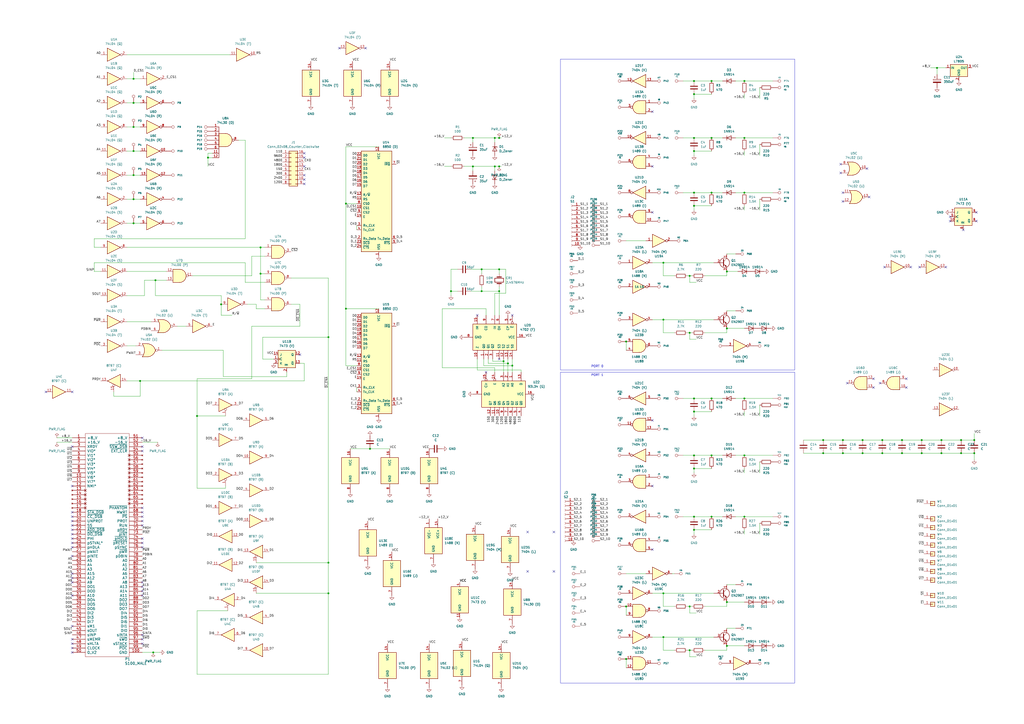
<source format=kicad_sch>
(kicad_sch (version 20230121) (generator eeschema)
  (paper "A2")
  (junction (at 402.59 87.63))
  (junction (at 384.81 344.17))
  (junction (at 363.22 198.12))
  (junction (at 523.24 255.27))
  (junction (at 289.56 168.91))
  (junction (at 279.4 168.91))
  (junction (at 431.8 299.72))
  (junction (at 557.53 262.89))
  (junction (at 200.66 179.07))
  (junction (at 151.13 143.51))
  (junction (at 500.38 262.89))
  (junction (at 289.56 96.52))
  (junction (at 190.5 195.58))
  (junction (at 279.4 156.21))
  (junction (at 384.81 369.57))
  (junction (at 151.13 158.75))
  (junction (at 412.75 46.99))
  (junction (at 400.05 193.04))
  (junction (at 477.52 262.89))
  (junction (at 363.22 382.27))
  (junction (at 557.53 255.27))
  (junction (at 294.64 210.82))
  (junction (at 120.65 91.44))
  (junction (at 77.47 45.72))
  (junction (at 402.59 111.76))
  (junction (at 402.59 299.72))
  (junction (at 400.05 160.02))
  (junction (at 292.1 209.55))
  (junction (at 88.9 378.46))
  (junction (at 77.47 129.54))
  (junction (at 200.66 118.11))
  (junction (at 543.56 39.37))
  (junction (at 500.38 255.27))
  (junction (at 511.81 255.27))
  (junction (at 421.64 349.25))
  (junction (at 511.81 262.89))
  (junction (at 363.22 351.79))
  (junction (at 402.59 231.14))
  (junction (at 289.56 156.21))
  (junction (at 77.47 115.57))
  (junction (at 287.02 96.52))
  (junction (at 421.64 157.48))
  (junction (at 546.1 262.89))
  (junction (at 81.28 220.98))
  (junction (at 77.47 73.66))
  (junction (at 274.32 80.01))
  (junction (at 384.81 185.42))
  (junction (at 488.95 262.89))
  (junction (at 400.05 377.19))
  (junction (at 128.27 176.53))
  (junction (at 402.59 80.01))
  (junction (at 431.8 111.76))
  (junction (at 297.18 212.09))
  (junction (at 534.67 262.89))
  (junction (at 287.02 80.01))
  (junction (at 565.15 262.89))
  (junction (at 488.95 255.27))
  (junction (at 90.17 162.56))
  (junction (at 402.59 119.38))
  (junction (at 190.5 326.39))
  (junction (at 289.56 80.01))
  (junction (at 412.75 299.72))
  (junction (at 534.67 255.27))
  (junction (at 402.59 271.78))
  (junction (at 114.3 241.3))
  (junction (at 412.75 264.16))
  (junction (at 523.24 262.89))
  (junction (at 400.05 351.79))
  (junction (at 190.5 344.17))
  (junction (at 214.63 260.35))
  (junction (at 546.1 255.27))
  (junction (at 77.47 59.69))
  (junction (at 431.8 264.16))
  (junction (at 402.59 307.34))
  (junction (at 477.52 255.27))
  (junction (at 421.64 190.5))
  (junction (at 412.75 80.01))
  (junction (at 431.8 80.01))
  (junction (at 431.8 231.14))
  (junction (at 412.75 231.14))
  (junction (at 384.81 152.4))
  (junction (at 412.75 111.76))
  (junction (at 402.59 264.16))
  (junction (at 402.59 54.61))
  (junction (at 565.15 255.27))
  (junction (at 274.32 96.52))
  (junction (at 421.64 374.65))
  (junction (at 402.59 46.99))
  (junction (at 402.59 238.76))
  (junction (at 77.47 101.6))
  (junction (at 77.47 87.63))
  (junction (at 261.62 168.91))
  (junction (at 431.8 46.99))
  (no_connect (at 41.91 363.22))
  (no_connect (at 378.46 318.77))
  (no_connect (at 82.55 304.8))
  (no_connect (at 378.46 96.52))
  (no_connect (at 533.4 154.94))
  (no_connect (at 41.91 312.42))
  (no_connect (at 41.91 297.18))
  (no_connect (at 41.91 335.28))
  (no_connect (at 378.46 281.94))
  (no_connect (at 82.55 299.72))
  (no_connect (at 510.54 222.25))
  (no_connect (at 487.68 100.33))
  (no_connect (at 41.91 227.33))
  (no_connect (at 378.46 64.77))
  (no_connect (at 289.56 208.28))
  (no_connect (at 82.55 314.96))
  (no_connect (at 176.53 104.14))
  (no_connect (at 82.55 340.36))
  (no_connect (at 41.91 259.08))
  (no_connect (at 82.55 302.26))
  (no_connect (at 41.91 345.44))
  (no_connect (at 306.07 331.47))
  (no_connect (at 82.55 345.44))
  (no_connect (at 504.19 114.3))
  (no_connect (at 502.92 97.79))
  (no_connect (at 176.53 91.44))
  (no_connect (at 488.95 116.84))
  (no_connect (at 176.53 96.52))
  (no_connect (at 306.07 308.61))
  (no_connect (at 82.55 370.84))
  (no_connect (at 41.91 281.94))
  (no_connect (at 176.53 88.9))
  (no_connect (at 551.18 125.73))
  (no_connect (at 82.55 373.38))
  (no_connect (at 41.91 307.34))
  (no_connect (at 41.91 314.96))
  (no_connect (at 558.8 133.35))
  (no_connect (at 321.31 308.61))
  (no_connect (at 488.95 111.76))
  (no_connect (at 26.67 227.33))
  (no_connect (at 82.55 261.62))
  (no_connect (at 525.78 219.71))
  (no_connect (at 548.64 154.94))
  (no_connect (at 487.68 95.25))
  (no_connect (at 176.53 101.6))
  (no_connect (at 41.91 375.92))
  (no_connect (at 41.91 322.58))
  (no_connect (at 173.99 205.74))
  (no_connect (at 528.32 154.94))
  (no_connect (at 525.78 224.79))
  (no_connect (at 82.55 342.9))
  (no_connect (at 566.42 123.19))
  (no_connect (at 82.55 259.08))
  (no_connect (at 41.91 337.82))
  (no_connect (at 321.31 331.47))
  (no_connect (at 506.73 219.71))
  (no_connect (at 513.08 154.94))
  (no_connect (at 281.94 215.9))
  (no_connect (at 566.42 128.27))
  (no_connect (at 41.91 370.84))
  (no_connect (at 82.55 297.18))
  (no_connect (at 378.46 123.19))
  (no_connect (at 378.46 243.84))
  (no_connect (at 82.55 254))
  (no_connect (at 82.55 294.64))
  (no_connect (at 82.55 368.3))
  (no_connect (at 82.55 312.42))
  (no_connect (at 82.55 337.82))
  (no_connect (at 41.91 373.38))
  (no_connect (at 212.09 27.94))
  (no_connect (at 41.91 299.72))
  (no_connect (at 491.49 222.25))
  (no_connect (at 551.18 128.27))
  (no_connect (at 196.85 27.94))
  (no_connect (at 41.91 317.5))
  (no_connect (at 82.55 317.5))
  (no_connect (at 41.91 332.74))
  (no_connect (at 297.18 182.88))
  (no_connect (at 41.91 378.46))
  (no_connect (at 506.73 224.79))
  (no_connect (at 41.91 302.26))
  (no_connect (at 41.91 304.8))
  (no_connect (at 276.86 182.88))
  (no_connect (at 41.91 309.88))
  (no_connect (at 176.53 106.68))
  (wire (pts (xy 257.81 80.01) (xy 261.62 80.01)))
  (wire (pts (xy 297.18 208.28) (xy 297.18 212.09)))
  (wire (pts (xy 408.94 193.04) (xy 421.64 193.04)))
  (wire (pts (xy 168.91 176.53) (xy 173.99 176.53)))
  (wire (pts (xy 402.59 271.78) (xy 412.75 271.78)))
  (wire (pts (xy 281.94 182.88) (xy 281.94 179.07)))
  (wire (pts (xy 523.24 262.89) (xy 534.67 262.89)))
  (wire (pts (xy 293.37 156.21) (xy 289.56 156.21)))
  (wire (pts (xy 412.75 299.72) (xy 419.1 299.72)))
  (wire (pts (xy 402.59 307.34) (xy 402.59 309.88)))
  (wire (pts (xy 279.4 156.21) (xy 279.4 158.75)))
  (wire (pts (xy 81.28 229.87) (xy 81.28 220.98)))
  (wire (pts (xy 396.24 264.16) (xy 402.59 264.16)))
  (wire (pts (xy 200.66 179.07) (xy 200.66 212.09)))
  (wire (pts (xy 440.69 234.95) (xy 440.69 241.3)))
  (wire (pts (xy 120.65 91.44) (xy 120.65 96.52)))
  (wire (pts (xy 431.8 54.61) (xy 431.8 57.15)))
  (wire (pts (xy 73.66 157.48) (xy 96.52 157.48)))
  (wire (pts (xy 287.02 80.01) (xy 287.02 82.55)))
  (wire (pts (xy 276.86 208.28) (xy 276.86 214.63)))
  (wire (pts (xy 146.05 148.59) (xy 153.67 148.59)))
  (wire (pts (xy 384.81 344.17) (xy 384.81 351.79)))
  (wire (pts (xy 426.72 264.16) (xy 431.8 264.16)))
  (wire (pts (xy 384.81 152.4) (xy 414.02 152.4)))
  (wire (pts (xy 426.72 80.01) (xy 431.8 80.01)))
  (wire (pts (xy 93.98 203.2) (xy 129.54 203.2)))
  (wire (pts (xy 120.65 88.9) (xy 120.65 91.44)))
  (wire (pts (xy 158.75 208.28) (xy 152.4 208.28)))
  (wire (pts (xy 73.66 171.45) (xy 83.82 171.45)))
  (wire (pts (xy 557.53 255.27) (xy 565.15 255.27)))
  (wire (pts (xy 384.81 377.19) (xy 391.16 377.19)))
  (wire (pts (xy 384.81 193.04) (xy 391.16 193.04)))
  (wire (pts (xy 402.59 46.99) (xy 412.75 46.99)))
  (wire (pts (xy 426.72 299.72) (xy 431.8 299.72)))
  (wire (pts (xy 378.46 344.17) (xy 384.81 344.17)))
  (wire (pts (xy 281.94 179.07) (xy 256.54 179.07)))
  (wire (pts (xy 287.02 96.52) (xy 289.56 96.52)))
  (wire (pts (xy 363.22 139.7) (xy 374.65 139.7)))
  (wire (pts (xy 33.02 256.54) (xy 41.91 256.54)))
  (wire (pts (xy 114.3 219.71) (xy 114.3 241.3)))
  (wire (pts (xy 176.53 210.82) (xy 173.99 210.82)))
  (wire (pts (xy 440.69 115.57) (xy 440.69 121.92)))
  (wire (pts (xy 466.09 262.89) (xy 477.52 262.89)))
  (wire (pts (xy 421.64 351.79) (xy 421.64 349.25)))
  (wire (pts (xy 265.43 156.21) (xy 261.62 156.21)))
  (wire (pts (xy 440.69 267.97) (xy 440.69 274.32)))
  (wire (pts (xy 543.56 39.37) (xy 543.56 43.18)))
  (wire (pts (xy 200.66 179.07) (xy 219.71 179.07)))
  (wire (pts (xy 148.59 179.07) (xy 153.67 179.07)))
  (wire (pts (xy 396.24 231.14) (xy 402.59 231.14)))
  (wire (pts (xy 82.55 256.54) (xy 91.44 256.54)))
  (wire (pts (xy 142.24 138.43) (xy 142.24 81.28)))
  (wire (pts (xy 289.56 168.91) (xy 289.56 182.88)))
  (wire (pts (xy 279.4 168.91) (xy 289.56 168.91)))
  (wire (pts (xy 102.87 189.23) (xy 107.95 189.23)))
  (wire (pts (xy 152.4 195.58) (xy 190.5 195.58)))
  (wire (pts (xy 384.81 160.02) (xy 391.16 160.02)))
  (wire (pts (xy 402.59 54.61) (xy 412.75 54.61)))
  (wire (pts (xy 214.63 260.35) (xy 226.06 260.35)))
  (wire (pts (xy 384.81 185.42) (xy 384.81 193.04)))
  (wire (pts (xy 261.62 168.91) (xy 265.43 168.91)))
  (wire (pts (xy 384.81 152.4) (xy 384.81 160.02)))
  (wire (pts (xy 114.3 354.33) (xy 114.3 391.16)))
  (wire (pts (xy 402.59 119.38) (xy 402.59 121.92)))
  (wire (pts (xy 500.38 255.27) (xy 511.81 255.27)))
  (wire (pts (xy 176.53 220.98) (xy 176.53 210.82)))
  (wire (pts (xy 90.17 171.45) (xy 128.27 171.45)))
  (wire (pts (xy 384.81 344.17) (xy 414.02 344.17)))
  (wire (pts (xy 285.75 209.55) (xy 292.1 209.55)))
  (wire (pts (xy 77.47 41.91) (xy 77.47 45.72)))
  (wire (pts (xy 396.24 111.76) (xy 402.59 111.76)))
  (wire (pts (xy 283.21 210.82) (xy 294.64 210.82)))
  (wire (pts (xy 73.66 73.66) (xy 77.47 73.66)))
  (wire (pts (xy 83.82 171.45) (xy 83.82 162.56)))
  (wire (pts (xy 384.81 369.57) (xy 414.02 369.57)))
  (wire (pts (xy 400.05 381) (xy 403.86 381)))
  (wire (pts (xy 421.64 147.32) (xy 426.72 147.32)))
  (wire (pts (xy 168.91 161.29) (xy 190.5 161.29)))
  (wire (pts (xy 88.9 378.46) (xy 92.71 378.46)))
  (wire (pts (xy 400.05 196.85) (xy 403.86 196.85)))
  (wire (pts (xy 273.05 168.91) (xy 279.4 168.91)))
  (wire (pts (xy 400.05 377.19) (xy 400.05 381)))
  (wire (pts (xy 203.2 260.35) (xy 214.63 260.35)))
  (wire (pts (xy 431.8 349.25) (xy 421.64 349.25)))
  (wire (pts (xy 431.8 264.16) (xy 448.31 264.16)))
  (wire (pts (xy 402.59 271.78) (xy 402.59 274.32)))
  (wire (pts (xy 269.24 80.01) (xy 274.32 80.01)))
  (wire (pts (xy 77.47 101.6) (xy 81.28 101.6)))
  (wire (pts (xy 207.01 224.79) (xy 207.01 227.33)))
  (wire (pts (xy 280.67 208.28) (xy 280.67 212.09)))
  (wire (pts (xy 431.8 271.78) (xy 431.8 274.32)))
  (wire (pts (xy 190.5 161.29) (xy 190.5 195.58)))
  (wire (pts (xy 269.24 96.52) (xy 274.32 96.52)))
  (wire (pts (xy 466.09 255.27) (xy 477.52 255.27)))
  (wire (pts (xy 200.66 118.11) (xy 200.66 179.07)))
  (wire (pts (xy 33.02 254) (xy 41.91 254)))
  (wire (pts (xy 421.64 339.09) (xy 426.72 339.09)))
  (wire (pts (xy 431.8 46.99) (xy 448.31 46.99)))
  (wire (pts (xy 143.51 176.53) (xy 148.59 176.53)))
  (wire (pts (xy 440.69 83.82) (xy 440.69 90.17)))
  (wire (pts (xy 523.24 255.27) (xy 534.67 255.27)))
  (wire (pts (xy 543.56 39.37) (xy 548.64 39.37)))
  (wire (pts (xy 173.99 176.53) (xy 173.99 189.23)))
  (wire (pts (xy 488.95 262.89) (xy 500.38 262.89)))
  (wire (pts (xy 431.8 80.01) (xy 448.31 80.01)))
  (wire (pts (xy 477.52 262.89) (xy 488.95 262.89)))
  (wire (pts (xy 73.66 31.75) (xy 133.35 31.75)))
  (wire (pts (xy 431.8 111.76) (xy 448.31 111.76)))
  (wire (pts (xy 402.59 80.01) (xy 412.75 80.01)))
  (wire (pts (xy 274.32 96.52) (xy 287.02 96.52)))
  (wire (pts (xy 166.37 215.9) (xy 166.37 218.44)))
  (wire (pts (xy 402.59 238.76) (xy 412.75 238.76)))
  (wire (pts (xy 408.94 160.02) (xy 421.64 160.02)))
  (wire (pts (xy 378.46 152.4) (xy 384.81 152.4)))
  (wire (pts (xy 421.64 377.19) (xy 421.64 374.65)))
  (wire (pts (xy 396.24 80.01) (xy 402.59 80.01)))
  (wire (pts (xy 200.66 85.09) (xy 200.66 118.11)))
  (wire (pts (xy 190.5 326.39) (xy 190.5 344.17)))
  (wire (pts (xy 408.94 351.79) (xy 421.64 351.79)))
  (wire (pts (xy 200.66 212.09) (xy 207.01 212.09)))
  (wire (pts (xy 287.02 213.36) (xy 287.02 215.9)))
  (wire (pts (xy 477.52 255.27) (xy 488.95 255.27)))
  (wire (pts (xy 261.62 156.21) (xy 261.62 168.91)))
  (wire (pts (xy 398.78 193.04) (xy 400.05 193.04)))
  (wire (pts (xy 58.42 143.51) (xy 54.61 143.51)))
  (wire (pts (xy 146.05 189.23) (xy 146.05 219.71)))
  (wire (pts (xy 378.46 369.57) (xy 384.81 369.57)))
  (wire (pts (xy 293.37 170.18) (xy 293.37 156.21)))
  (wire (pts (xy 412.75 264.16) (xy 419.1 264.16)))
  (wire (pts (xy 276.86 214.63) (xy 302.26 214.63)))
  (wire (pts (xy 151.13 143.51) (xy 151.13 158.75)))
  (wire (pts (xy 77.47 129.54) (xy 81.28 129.54)))
  (wire (pts (xy 431.8 238.76) (xy 431.8 241.3)))
  (wire (pts (xy 73.66 220.98) (xy 81.28 220.98)))
  (wire (pts (xy 123.19 88.9) (xy 120.65 88.9)))
  (wire (pts (xy 363.22 198.12) (xy 363.22 203.2)))
  (wire (pts (xy 73.66 115.57) (xy 77.47 115.57)))
  (wire (pts (xy 396.24 46.99) (xy 402.59 46.99)))
  (wire (pts (xy 120.65 91.44) (xy 123.19 91.44)))
  (wire (pts (xy 111.76 160.02) (xy 146.05 160.02)))
  (wire (pts (xy 151.13 173.99) (xy 153.67 173.99)))
  (wire (pts (xy 431.8 299.72) (xy 448.31 299.72)))
  (wire (pts (xy 152.4 208.28) (xy 152.4 195.58)))
  (wire (pts (xy 400.05 351.79) (xy 400.05 355.6)))
  (wire (pts (xy 114.3 354.33) (xy 132.08 354.33)))
  (wire (pts (xy 274.32 80.01) (xy 287.02 80.01)))
  (wire (pts (xy 402.59 87.63) (xy 412.75 87.63)))
  (wire (pts (xy 378.46 185.42) (xy 384.81 185.42)))
  (wire (pts (xy 431.8 87.63) (xy 431.8 90.17)))
  (wire (pts (xy 128.27 171.45) (xy 128.27 176.53)))
  (wire (pts (xy 402.59 54.61) (xy 402.59 57.15)))
  (wire (pts (xy 511.81 262.89) (xy 523.24 262.89)))
  (wire (pts (xy 402.59 299.72) (xy 412.75 299.72)))
  (wire (pts (xy 73.66 129.54) (xy 77.47 129.54)))
  (wire (pts (xy 412.75 111.76) (xy 419.1 111.76)))
  (wire (pts (xy 151.13 158.75) (xy 153.67 158.75)))
  (wire (pts (xy 426.72 46.99) (xy 431.8 46.99)))
  (wire (pts (xy 398.78 377.19) (xy 400.05 377.19)))
  (wire (pts (xy 421.64 364.49) (xy 426.72 364.49)))
  (wire (pts (xy 384.81 185.42) (xy 414.02 185.42)))
  (wire (pts (xy 400.05 193.04) (xy 400.05 196.85)))
  (wire (pts (xy 66.04 227.33) (xy 66.04 229.87)))
  (wire (pts (xy 565.15 262.89) (xy 565.15 266.7)))
  (wire (pts (xy 402.59 119.38) (xy 412.75 119.38)))
  (wire (pts (xy 427.99 157.48) (xy 421.64 157.48)))
  (wire (pts (xy 287.02 80.01) (xy 289.56 80.01)))
  (wire (pts (xy 114.3 391.16) (xy 190.5 391.16)))
  (wire (pts (xy 151.13 158.75) (xy 151.13 173.99)))
  (wire (pts (xy 421.64 180.34) (xy 426.72 180.34)))
  (wire (pts (xy 546.1 255.27) (xy 557.53 255.27)))
  (wire (pts (xy 546.1 262.89) (xy 557.53 262.89)))
  (wire (pts (xy 90.17 162.56) (xy 90.17 171.45)))
  (wire (pts (xy 114.3 283.21) (xy 130.81 283.21)))
  (wire (pts (xy 81.28 220.98) (xy 176.53 220.98)))
  (wire (pts (xy 142.24 163.83) (xy 153.67 163.83)))
  (wire (pts (xy 274.32 96.52) (xy 274.32 99.06)))
  (wire (pts (xy 73.66 59.69) (xy 77.47 59.69)))
  (wire (pts (xy 363.22 332.74) (xy 374.65 332.74)))
  (wire (pts (xy 294.64 208.28) (xy 294.64 210.82)))
  (wire (pts (xy 128.27 176.53) (xy 128.27 182.88)))
  (wire (pts (xy 73.66 45.72) (xy 77.47 45.72)))
  (wire (pts (xy 73.66 87.63) (xy 77.47 87.63)))
  (wire (pts (xy 166.37 218.44) (xy 129.54 218.44)))
  (wire (pts (xy 90.17 162.56) (xy 96.52 162.56)))
  (wire (pts (xy 402.59 307.34) (xy 412.75 307.34)))
  (wire (pts (xy 73.66 101.6) (xy 77.47 101.6)))
  (wire (pts (xy 440.69 50.8) (xy 440.69 57.15)))
  (wire (pts (xy 297.18 212.09) (xy 297.18 215.9)))
  (wire (pts (xy 148.59 326.39) (xy 190.5 326.39)))
  (wire (pts (xy 400.05 351.79) (xy 398.78 351.79)))
  (wire (pts (xy 287.02 96.52) (xy 287.02 99.06)))
  (wire (pts (xy 302.26 214.63) (xy 302.26 215.9)))
  (wire (pts (xy 261.62 168.91) (xy 261.62 171.45)))
  (wire (pts (xy 421.64 160.02) (xy 421.64 157.48)))
  (wire (pts (xy 539.75 39.37) (xy 543.56 39.37)))
  (wire (pts (xy 431.8 231.14) (xy 448.31 231.14)))
  (wire (pts (xy 257.81 96.52) (xy 261.62 96.52)))
  (wire (pts (xy 148.59 176.53) (xy 148.59 179.07)))
  (wire (pts (xy 114.3 241.3) (xy 130.81 241.3)))
  (wire (pts (xy 73.66 143.51) (xy 151.13 143.51)))
  (wire (pts (xy 488.95 255.27) (xy 500.38 255.27)))
  (wire (pts (xy 292.1 208.28) (xy 292.1 209.55)))
  (wire (pts (xy 287.02 182.88) (xy 287.02 170.18)))
  (wire (pts (xy 207.01 130.81) (xy 207.01 133.35)))
  (wire (pts (xy 511.81 255.27) (xy 523.24 255.27)))
  (wire (pts (xy 426.72 111.76) (xy 431.8 111.76)))
  (wire (pts (xy 114.3 241.3) (xy 114.3 283.21)))
  (wire (pts (xy 408.94 377.19) (xy 421.64 377.19)))
  (wire (pts (xy 557.53 262.89) (xy 565.15 262.89)))
  (wire (pts (xy 200.66 118.11) (xy 207.01 118.11)))
  (wire (pts (xy 431.8 307.34) (xy 431.8 309.88)))
  (wire (pts (xy 77.47 59.69) (xy 81.28 59.69)))
  (wire (pts (xy 82.55 378.46) (xy 88.9 378.46)))
  (wire (pts (xy 66.04 229.87) (xy 81.28 229.87)))
  (wire (pts (xy 431.8 374.65) (xy 421.64 374.65)))
  (wire (pts (xy 400.05 160.02) (xy 398.78 160.02)))
  (wire (pts (xy 289.56 166.37) (xy 289.56 168.91)))
  (wire (pts (xy 190.5 344.17) (xy 190.5 391.16)))
  (wire (pts (xy 363.22 382.27) (xy 363.22 387.35)))
  (wire (pts (xy 148.59 344.17) (xy 190.5 344.17)))
  (wire (pts (xy 400.05 163.83) (xy 403.86 163.83)))
  (wire (pts (xy 421.64 193.04) (xy 421.64 190.5)))
  (wire (pts (xy 412.75 231.14) (xy 419.1 231.14)))
  (wire (pts (xy 412.75 80.01) (xy 419.1 80.01)))
  (wire (pts (xy 294.64 210.82) (xy 294.64 215.9)))
  (wire (pts (xy 73.66 186.69) (xy 87.63 186.69)))
  (wire (pts (xy 401.32 351.79) (xy 400.05 351.79)))
  (wire (pts (xy 128.27 182.88) (xy 134.62 182.88)))
  (wire (pts (xy 285.75 208.28) (xy 285.75 209.55)))
  (wire (pts (xy 384.81 369.57) (xy 384.81 377.19)))
  (wire (pts (xy 77.47 45.72) (xy 81.28 45.72)))
  (wire (pts (xy 54.61 138.43) (xy 142.24 138.43)))
  (wire (pts (xy 256.54 179.07) (xy 256.54 213.36)))
  (wire (pts (xy 534.67 262.89) (xy 546.1 262.89)))
  (wire (pts (xy 129.54 218.44) (xy 129.54 203.2)))
  (wire (pts (xy 289.56 80.01) (xy 290.83 80.01)))
  (wire (pts (xy 280.67 212.09) (xy 297.18 212.09)))
  (wire (pts (xy 274.32 80.01) (xy 274.32 82.55)))
  (wire (pts (xy 283.21 208.28) (xy 283.21 210.82)))
  (wire (pts (xy 77.47 87.63) (xy 81.28 87.63)))
  (wire (pts (xy 54.61 152.4) (xy 142.24 152.4)))
  (wire (pts (xy 287.02 170.18) (xy 293.37 170.18)))
  (wire (pts (xy 256.54 213.36) (xy 287.02 213.36)))
  (wire (pts (xy 83.82 162.56) (xy 90.17 162.56)))
  (wire (pts (xy 402.59 87.63) (xy 402.59 90.17)))
  (wire (pts (xy 500.38 262.89) (xy 511.81 262.89)))
  (wire (pts (xy 292.1 209.55) (xy 292.1 215.9)))
  (wire (pts (xy 289.56 96.52) (xy 290.83 96.52)))
  (wire (pts (xy 402.59 238.76) (xy 402.59 241.3)))
  (wire (pts (xy 138.43 81.28) (xy 142.24 81.28)))
  (wire (pts (xy 402.59 231.14) (xy 412.75 231.14)))
  (wire (pts (xy 173.99 189.23) (xy 146.05 189.23)))
  (wire (pts (xy 384.81 351.79) (xy 391.16 351.79)))
  (wire (pts (xy 54.61 157.48) (xy 54.61 152.4)))
  (wire (pts (xy 426.72 231.14) (xy 431.8 231.14)))
  (wire (pts (xy 400.05 355.6) (xy 403.86 355.6)))
  (wire (pts (xy 412.75 46.99) (xy 419.1 46.99)))
  (wire (pts (xy 431.8 119.38) (xy 431.8 121.92)))
  (wire (pts (xy 77.47 73.66) (xy 81.28 73.66)))
  (wire (pts (xy 151.13 143.51) (xy 153.67 143.51)))
  (wire (pts (xy 54.61 143.51) (xy 54.61 138.43)))
  (wire (pts (xy 401.32 160.02) (xy 400.05 160.02)))
  (wire (pts (xy 130.81 283.21) (xy 130.81 281.94)))
  (wire (pts (xy 402.59 264.16) (xy 412.75 264.16)))
  (wire (pts (xy 396.24 299.72) (xy 402.59 299.72)))
  (wire (pts (xy 190.5 195.58) (xy 190.5 326.39)))
  (wire (pts (xy 200.66 85.09) (xy 219.71 85.09)))
  (wire (pts (xy 146.05 219.71) (xy 114.3 219.71)))
  (wire (pts (xy 73.66 200.66) (xy 78.74 200.66)))
  (wire (pts (xy 279.4 166.37) (xy 279.4 168.91)))
  (wire (pts (xy 565.15 251.46) (xy 565.15 255.27)))
  (wire (pts (xy 289.56 156.21) (xy 289.56 158.75)))
  (wire (pts (xy 279.4 156.21) (xy 289.56 156.21)))
  (wire (pts (xy 389.89 332.74) (xy 391.16 332.74)))
  (wire (pts (xy 77.47 115.57) (xy 81.28 115.57)))
  (wire (pts (xy 273.05 156.21) (xy 279.4 156.21)))
  (wire (pts (xy 146.05 160.02) (xy 146.05 148.59)))
  (wire (pts (xy 402.59 111.76) (xy 412.75 111.76)))
  (wire (pts (xy 400.05 160.02) (xy 400.05 163.83)))
  (wire (pts (xy 400.05 377.19) (xy 401.32 377.19)))
  (wire (pts (xy 363.22 351.79) (xy 363.22 356.87)))
  (wire (pts (xy 400.05 193.04) (xy 401.32 193.04)))
  (wire (pts (xy 142.24 152.4) (xy 142.24 163.83)))
  (wire (pts (xy 440.69 303.53) (xy 440.69 309.88)))
  (wire (pts (xy 431.8 190.5) (xy 421.64 190.5)))
  (wire (pts (xy 58.42 157.48) (xy 54.61 157.48)))
  (wire (pts (xy 534.67 255.27) (xy 546.1 255.27)))
  (rectangle (start 325.12 34.29) (end 461.01 214.63))
  (rectangle (start 325.12 215.9) (end 461.01 396.24))
  (text "PORT 0" (at 342.9 213.36 0) (effects (font (size 1.27 1.27)) (justify left bottom)))
  (text "PORT 1" (at 342.9 218.44 0) (effects (font (size 1.27 1.27)) (justify left bottom)))
  (label "~{VI3}" (at 41.91 269.24 180))
  (label "A4" (at 41.91 327.66 180))
  (label "S1_3" (at 347.98 124.46 0))
  (label "A1" (at 58.42 45.72 180))
  (label "E" (at 207.01 125.73 180))
  (label "DI5" (at 140.97 358.14 180))
  (label "D_2" (at 335.28 158.75 0))
  (label "DI1" (at 140.97 320.04 180))
  (label "A2" (at 82.55 330.2 0))
  (label "DO1" (at 123.19 294.64 180))
  (label "S2_1" (at 332.74 290.83 0))
  (label "~{POC}" (at 82.55 375.92 0))
  (label "S1_9" (at 336.55 139.7 0))
  (label "VCC" (at 304.8 195.58 0))
  (label "S2_2" (at 347.98 293.37 0))
  (label "D7" (at 207.01 201.93 180))
  (label "4800" (at 163.83 93.98 180))
  (label "DI6" (at 124.46 368.3 180))
  (label "S2_9" (at 347.98 311.15 0))
  (label "~{VI4}" (at 41.91 271.78 180))
  (label "VCC" (at 266.7 337.82 0))
  (label "D_CS1" (at 207.01 120.65 180))
  (label "E" (at 207.01 219.71 180))
  (label "D5" (at 207.01 196.85 180))
  (label "~{DI_ENA}" (at 190.5 218.44 270))
  (label "~{EI}" (at 229.87 189.23 0))
  (label "DO5" (at 41.91 350.52 180))
  (label "1200" (at 163.83 106.68 180))
  (label "2400" (at 163.83 104.14 180))
  (label "A0" (at 58.42 31.75 180))
  (label "A6" (at 58.42 115.57 180))
  (label "RS" (at 148.59 31.75 0))
  (label "~{VI0}" (at 535.94 300.99 180))
  (label "DI0" (at 123.19 311.15 180))
  (label "A2" (at 58.42 59.69 180))
  (label "A6" (at 82.55 332.74 0))
  (label "E_2" (at 336.55 340.36 0))
  (label "D_2" (at 207.01 143.51 180))
  (label "A13" (at 82.55 340.36 0))
  (label "+8_V" (at 539.75 39.37 180))
  (label "-16_V" (at 257.81 96.52 180))
  (label "S2_4" (at 332.74 298.45 0))
  (label "S2_3" (at 332.74 295.91 0))
  (label "PDBIN" (at 87.63 191.77 180))
  (label "D6" (at 156.21 243.84 0))
  (label "+8_V" (at 35.56 254 0))
  (label "~{VI3}" (at 535.94 316.23 180))
  (label "D2" (at 156.21 284.48 0))
  (label "A3" (at 41.91 330.2 180))
  (label "VCC" (at 275.59 304.8 0))
  (label "~{POC}" (at 58.42 200.66 180))
  (label "~{VI6}" (at 41.91 276.86 180))
  (label "D3" (at 207.01 191.77 180))
  (label "D0" (at 207.01 184.15 180))
  (label "150" (at 284.48 241.3 270))
  (label "A12" (at 41.91 335.28 180))
  (label "D5" (at 138.43 255.27 0))
  (label "-16_V" (at 440.69 121.92 180))
  (label "A5" (at 41.91 325.12 180))
  (label "SOUT" (at 41.91 365.76 180))
  (label "CK0" (at 176.53 93.98 0))
  (label "SINP" (at 54.61 157.48 180))
  (label "~{CS2}" (at 207.01 123.19 180))
  (label "-16_V" (at 440.69 241.3 180))
  (label "S2_7" (at 347.98 306.07 0))
  (label "DO3" (at 82.55 350.52 0))
  (label "VCC" (at 266.7 337.82 0))
  (label "D2" (at 138.43 327.66 0))
  (label "S2_1" (at 347.98 290.83 0))
  (label "VCC" (at 248.92 260.35 180))
  (label "S2_6" (at 347.98 303.53 0))
  (label "D1" (at 207.01 92.71 180))
  (label "E" (at 123.19 189.23 0))
  (label "PWAIT" (at 78.74 205.74 180))
  (label "+16_V" (at 431.8 121.92 180))
  (label "RS" (at 207.01 115.57 180))
  (label "E_5" (at 336.55 363.22 0))
  (label "E_5" (at 229.87 232.41 0))
  (label "A5" (at 58.42 101.6 180))
  (label "VCC" (at 213.36 302.26 0))
  (label "VCC" (at 309.88 228.6 270))
  (label "~{PWR}" (at 82.55 320.04 0))
  (label "DI0" (at 82.55 365.76 0))
  (label "110" (at 163.83 88.9 180))
  (label "+16_V" (at 431.8 241.3 180))
  (label "VCC" (at 297.18 336.55 0))
  (label "VCC" (at 403.86 163.83 0))
  (label "150" (at 163.83 99.06 180))
  (label "D_4" (at 229.87 140.97 0))
  (label "VCC" (at 180.34 35.56 0))
  (label "E_1" (at 207.01 234.95 180))
  (label "~{DI}" (at 229.87 95.25 0))
  (label "E_2" (at 207.01 237.49 180))
  (label "D7" (at 207.01 107.95 180))
  (label "~{PINT}" (at 535.94 292.1 180))
  (label "D4" (at 156.21 265.43 0))
  (label "D1" (at 156.21 320.04 0))
  (label "~{VI7}" (at 41.91 279.4 180))
  (label "SINTA" (at 82.55 368.3 0))
  (label "D3" (at 138.43 275.59 0))
  (label "+16_V" (at 431.8 90.17 180))
  (label "~{VI5}" (at 41.91 274.32 180))
  (label "~{VI7}" (at 535.94 336.55 180))
  (label "VCC" (at 290.83 373.38 0))
  (label "~{VI6}" (at 535.94 331.47 180))
  (label "E_3" (at 207.01 232.41 180))
  (label "S2_6" (at 332.74 303.53 0))
  (label "R{slash}~{W}" (at 207.01 113.03 180))
  (label "DI3" (at 41.91 358.14 180))
  (label "A1" (at 82.55 327.66 0))
  (label "~{PINT}" (at 82.55 309.88 0))
  (label "300" (at 287.02 241.3 270))
  (label "VCC" (at 226.06 35.56 0))
  (label "R{slash}~{W}" (at 134.62 182.88 0))
  (label "9600" (at 299.72 241.3 270))
  (label "1200" (at 292.1 241.3 270))
  (label "RS" (at 207.01 209.55 180))
  (label "VCC" (at 267.97 372.11 0))
  (label "VCC" (at 226.06 260.35 0))
  (label "DI2" (at 41.91 355.6 180))
  (label "+16_V" (at 35.56 256.54 0))
  (label "DO5" (at 123.19 255.27 180))
  (label "S1_6" (at 347.98 132.08 0))
  (label "S1_4" (at 347.98 127 0))
  (label "D0" (at 156.21 302.26 0))
  (label "D1" (at 138.43 294.64 0))
  (label "DO7" (at 123.19 234.95 180))
  (label "DI7" (at 140.97 377.19 180))
  (label "A0" (at 82.55 325.12 0))
  (label "DO0" (at 140.97 302.26 180))
  (label "DO1" (at 41.91 340.36 180))
  (label "DO4" (at 41.91 347.98 180))
  (label "DI2" (at 123.19 327.66 180))
  (label "300" (at 163.83 101.6 180))
  (label "DO2" (at 82.55 347.98 0))
  (label "VCC" (at 120.65 96.52 0))
  (label "S2_8" (at 332.74 308.61 0))
  (label "E_4" (at 229.87 234.95 0))
  (label "~{SWO}" (at 82.55 370.84 0))
  (label "S2_10" (at 347.98 313.69 0))
  (label "DI6" (at 82.55 360.68 0))
  (label "E_CS1" (at 207.01 214.63 180))
  (label "1800" (at 294.64 241.3 270))
  (label "D0" (at 207.01 90.17 180))
  (label "S1_5" (at 347.98 129.54 0))
  (label "~{CS2}" (at 168.91 146.05 0))
  (label "DO6" (at 41.91 353.06 180))
  (label "A14" (at 82.55 342.9 0))
  (label "1800" (at 163.83 96.52 180))
  (label "S1_8" (at 347.98 137.16 0))
  (label "CK1" (at 176.53 99.06 0))
  (label "-16_V" (at 440.69 309.88 180))
  (label "D6" (at 207.01 105.41 180))
  (label "S1_8" (at 336.55 137.16 0))
  (label "SINP" (at 41.91 368.3 180))
  (label "PDBIN" (at 82.55 322.58 0))
  (label "DO4" (at 140.97 265.43 180))
  (label "D_5" (at 229.87 138.43 0))
  (label "S1_5" (at 336.55 129.54 0))
  (label "D5" (at 156.21 358.14 0))
  (label "D_4" (at 335.28 173.99 0))
  (label "~{PWR}" (at 58.42 186.69 180))
  (label "A7" (at 58.42 129.54 180))
  (label "~{CS2}" (at 207.01 217.17 180))
  (label "~{VI1}" (at 41.91 264.16 180))
  (label "-16_V" (at 87.63 256.54 180))
  (label "D7" (at 138.43 234.95 0))
  (label "~{DI}" (at 535.94 345.44 180))
  (label "VCC" (at 204.47 35.56 0))
  (label "D4" (at 207.01 194.31 180))
  (label "VCC" (at 158.75 205.74 180))
  (label "D5" (at 207.01 102.87 180))
  (label "S1_3" (at 336.55 124.46 0))
  (label "PWAIT" (at 41.91 320.04 180))
  (label "+16_V" (at 431.8 274.32 180))
  (label "D6" (at 207.01 199.39 180))
  (label "S1_2" (at 347.98 121.92 0))
  (label "S1_2" (at 336.55 121.92 0))
  (label "~{VI1}" (at 535.94 306.07 180))
  (label "SOUT" (at 58.42 171.45 180))
  (label "S2_7" (at 332.74 306.07 0))
  (label "VCC" (at 203.2 260.35 0))
  (label "+16_V" (at 257.81 80.01 180))
  (label "A11" (at 82.55 345.44 0))
  (label "D4" (at 207.01 100.33 180))
  (label "-12_V" (at 248.92 300.99 180))
  (label "VCC" (at 200.66 85.09 0))
  (label "D2" (at 207.01 189.23 180))
  (label "PRDY" (at 58.42 220.98 180))
  (label "~{EI}" (at 535.94 350.52 180))
  (label "VCC" (at 295.91 306.07 0))
  (label "D_3" (at 335.28 166.37 0))
  (label "S2_10" (at 332.74 313.69 0))
  (label "E_4" (at 336.55 355.6 0))
  (label "A8" (at 82.55 337.82 0))
  (label "+12_V" (at 290.83 80.01 0))
  (label "VCC" (at 565.15 251.46 0))
  (label "DI3" (at 140.97 337.82 180))
  (label "D3" (at 207.01 97.79 180))
  (label "D0" (at 138.43 311.15 0))
  (label "S1_7" (at 347.98 134.62 0))
  (label "D6" (at 139.7 368.3 0))
  (label "D1" (at 207.01 186.69 180))
  (label "VCC" (at 224.79 373.38 0))
  (label "S2_5" (at 332.74 300.99 0))
  (label "VCC" (at 403.86 355.6 0))
  (label "9600" (at 163.83 91.44 180))
  (label "S1_10" (at 336.55 142.24 0))
  (label "S1_6" (at 336.55 132.08 0))
  (label "D_1" (at 335.28 151.13 0))
  (label "A9" (at 41.91 337.82 180))
  (label "~{DO_ENA}" (at 173.99 179.07 270))
  (label "DO3" (at 123.19 275.59 180))
  (label "S2_4" (at 347.98 298.45 0))
  (label "DI7" (at 41.91 360.68 180))
  (label "D3" (at 156.21 337.82 0))
  (label "VCC" (at 403.86 196.85 0))
  (label "E_1" (at 336.55 332.74 0))
  (label "CK1" (at 207.01 224.79 180))
  (label "+16_V" (at 431.8 57.15 180))
  (label "DI4" (at 82.55 355.6 0))
  (label "DI4" (at 124.46 347.98 180))
  (label "~{VI0}" (at 41.91 261.62 180))
  (label "D2" (at 207.01 95.25 180))
  (label "S1_10" (at 347.98 142.24 0))
  (label "~{VI2}" (at 535.94 311.15 180))
  (label "E_3" (at 336.55 347.98 0))
  (label "DI5" (at 82.55 358.14 0))
  (label "R{slash}~{W}" (at 207.01 207.01 180))
  (label "~{VI5}" (at 535.94 326.39 180))
  (label "-16_V" (at 440.69 274.32 180))
  (label "D7" (at 156.21 377.19 0))
  (label "-16_V" (at 440.69 57.15 180))
  (label "+16_V" (at 431.8 309.88 180))
  (label "VCC" (at 248.92 373.38 0))
  (label "S2_2" (at 332.74 293.37 0))
  (label "-16_V" (at 440.69 90.17 180))
  (label "+12_V" (at 254 300.99 0))
  (label "E_CS1" (at 96.52 45.72 0))
  (label "S2_3" (at 347.98 295.91 0))
  (label "PRDY" (at 82.55 307.34 0))
  (label "D_3" (at 207.01 138.43 180))
  (label "S1_7" (at 336.55 134.62 0))
  (label "D_5" (at 335.28 181.61 0))
  (label "D_CS1" (at 77.47 41.91 0))
  (label "S1_1" (at 347.98 119.38 0))
  (label "A7" (at 82.55 335.28 0))
  (label "-12_V" (at 290.83 96.52 0))
  (label "S2_5" (at 347.98 300.99 0))
  (label "110" (at 302.26 241.3 270))
  (label "VCC" (at 403.86 381 0))
  (label "2400" (at 289.56 241.3 270))
  (label "CK0" (at 207.01 130.81 180))
  (label "VCC" (at 227.33 320.04 0))
  (label "A3" (at 58.42 73.66 180))
  (label "DO0" (at 41.91 342.9 180))
  (label "~{VI4}" (at 535.94 321.31 180))
  (label "D_1" (at 207.01 140.97 180))
  (label "A4" (at 58.42 87.63 180))
  (label "~{VI2}" (at 41.91 266.7 180))
  (label "DO6" (at 140.97 243.84 180))
  (label "4800" (at 297.18 241.3 270))
  (label "S1_4" (at 336.55 127 0))
  (label "A15" (at 41.91 332.74 180))
  (label "S1_9" (at 347.98 139.7 0))
  (label "DO7" (at 82.55 353.06 0))
  (label "S2_9" (at 332.74 311.15 0))
  (label "A10" (at 41.91 345.44 180))
  (label "DO2" (at 140.97 284.48 180))
  (label "S1_1" (at 336.55 119.38 0))
  (label "S2_8" (at 347.98 308.61 0))
  (label "DI1" (at 82.55 363.22 0))
  (label "VCC" (at 563.88 39.37 0))
  (label "D4" (at 139.7 347.98 0))
  (symbol (lib_id "Connector_Generic:Conn_01x01") (at 541.02 306.07 0) (unit 1)
    (property "Reference" "W3" (at 543.56 304.8 0) (effects (justify left)))
    (property "Value" "Conn_01x01" (at 543.56 307.34 0) (effects (justify left)))
    (property "Footprint" "Connector_Wire:SolderWire-0.25rdmm_1x01_D0.65mm_OD1.7mm_1" (effects hide))
  )
  (symbol (lib_id "74xx:74LS04") (at 66.04 73.66 0) (unit 4)
    (property "Reference" "U1" (at 66.04 64.77 0))
    (property "Value" "74L04 (Q)" (at 66.04 67.31 0))
    (property "Footprint" "Package_DIP:DIP-14_W7.62mm" (effects hide))
    (property "Datasheet" "http://www.ti.com/lit/gpn/sn74LS04" (effects hide))
  )
  (symbol (lib_id "74xx:74LS00") (at 161.29 146.05 0) (unit 1)
    (property "Reference" "U7" (at 161.2817 137.16 0))
    (property "Value" "74L00 (P)" (at 161.2817 139.7 0))
    (property "Footprint" "Package_DIP:DIP-14_W7.62mm" (effects hide))
    (property "Datasheet" "http://www.ti.com/lit/gpn/sn74ls00" (effects hide))
  )
  (symbol (lib_id "74xx:74LS04") (at 88.9 101.6 0) (unit 6)
    (property "Reference" "U6" (at 88.9 92.71 0))
    (property "Value" "74L04 (R)" (at 88.9 95.25 0))
    (property "Footprint" "Package_DIP:DIP-14_W7.62mm" (effects hide))
    (property "Datasheet" "http://www.ti.com/lit/gpn/sn74LS04" (effects hide))
  )
  (symbol (lib_id "power:GND") (at 402.59 90.17 0) (unit 1)
    (property "Reference" "#PWR033" (effects hide))
    (property "Value" "GND" (at 402.59 95.25 0))
  )
  (symbol (lib_id "power:GND") (at 203.2 285.75 0) (unit 1)
    (property "Reference" "#PWR05" (effects hide))
    (property "Value" "GND" (at 203.2 290.83 0))
  )
  (symbol (lib_id "Device:Q_PNP_CBE") (at 419.1 344.17 0) (unit 1)
    (property "Reference" "Q3" (at 424.18 342.9 0) (effects (justify left)))
    (property "Value" "EN2907" (at 424.18 345.44 0) (effects (justify left)))
    (property "Footprint" "Package_TO_SOT_THT:TO-92" (effects hide))
  )
  (symbol (lib_id "Device:Q_PNP_CBE") (at 419.1 185.42 0) (unit 1)
    (property "Reference" "Q2" (at 424.18 184.15 0) (effects (justify left)))
    (property "Value" "EN2907" (at 424.18 186.69 0) (effects (justify left)))
    (property "Footprint" "Package_TO_SOT_THT:TO-92" (effects hide))
  )
  (symbol (lib_id "74xx:74LS04") (at 88.9 87.63 0) (unit 5)
    (property "Reference" "U6" (at 88.9 78.74 0))
    (property "Value" "74L04 (R)" (at 88.9 81.28 0))
    (property "Footprint" "Package_DIP:DIP-14_W7.62mm" (effects hide))
    (property "Datasheet" "http://www.ti.com/lit/gpn/sn74LS04" (effects hide))
  )
  (symbol (lib_id "Connector_Generic:Conn_01x01") (at 541.02 350.52 0) (unit 1)
    (property "Reference" "W11" (at 543.56 349.25 0) (effects (justify left)))
    (property "Value" "Conn_01x01" (at 543.56 351.79 0) (effects (justify left)))
    (property "Footprint" "Connector_Wire:SolderWire-0.25rdmm_1x01_D0.65mm_OD1.7mm_1" (effects hide))
  )
  (symbol (lib_id "S100:CONN_1") (at 100.33 115.57 0) (unit 1)
    (property "Reference" "P12" (at 102.87 115.57 0) (effects (font (size 1.016 1.016)) (justify left)))
    (property "Value" "A6" (effects hide))
    (property "Footprint" "Altair8800:Jumper_Pad_1x01_D0.8mm_O1.6mm" (effects hide))
  )
  (symbol (lib_id "S100:CONN_1") (at 430.53 364.49 0) (unit 1)
    (property "Reference" "P71" (at 433.07 364.49 0) (effects (font (size 1.016 1.016)) (justify left)))
    (property "Value" "Z3" (at 430.53 362.585 0) (effects (font (size 0.762 0.762))))
    (property "Footprint" "Altair8800:Jumper_Pad_1x01_D0.8mm_O1.6mm" (effects hide))
  )
  (symbol (lib_id "Interface_UART:MC6850") (at 219.71 118.11 0) (unit 1)
    (property "Reference" "U14" (at 221.9041 82.55 0) (effects (justify left)))
    (property "Value" "6850 (D)" (at 221.9041 85.09 0) (effects (justify left)))
    (property "Footprint" "Package_DIP:DIP-24_W15.24mm" (effects hide))
    (property "Datasheet" "http://pdf.datasheetcatalog.com/datasheet/motorola/MC6850.pdf" (effects hide))
  )
  (symbol (lib_id "S100:CONN_1") (at 392.43 80.01 180) (unit 1)
    (property "Reference" "P59" (at 392.6713 76.2 0) (effects (font (size 1.016 1.016))))
    (property "Value" "Y4" (at 392.6713 77.47 0) (effects (font (size 0.762 0.762))))
    (property "Footprint" "Altair8800:Jumper_Pad_1x01_D0.8mm_O1.6mm" (effects hide))
  )
  (symbol (lib_id "Device:R") (at 394.97 377.19 90) (unit 1)
    (property "Reference" "R21" (at 394.97 370.84 90))
    (property "Value" "2.7K" (at 394.97 373.38 90))
    (property "Footprint" "Resistor_THT:R_Axial_DIN0309_L9.0mm_D3.2mm_P12.70mm_Horizontal" (effects hide))
  )
  (symbol (lib_id "Altair8800:1488") (at 370.84 200.66 0) (mirror x) (unit 2)
    (property "Reference" "U18" (at 370.8317 209.55 0))
    (property "Value" "1488 (N)" (at 370.8317 207.01 0))
    (property "Footprint" "Package_DIP:DIP-14_W7.62mm" (effects hide))
  )
  (symbol (lib_id "Device:R") (at 412.75 115.57 0) (unit 1)
    (property "Reference" "R13" (at 415.29 114.3 0) (effects (justify left)))
    (property "Value" "470" (at 415.29 116.84 0) (effects (justify left)))
    (property "Footprint" "Resistor_THT:R_Axial_DIN0309_L9.0mm_D3.2mm_P12.70mm_Horizontal" (effects hide))
  )
  (symbol (lib_id "Altair8800:8T97") (at 34.29 227.33 0) (unit 5)
    (property "Reference" "U4" (at 34.29 218.44 0))
    (property "Value" "8T97 (C)" (at 34.29 220.98 0))
    (property "Datasheet" "http://www.ti.com/lit/gpn/sn74LS367" (effects hide))
  )
  (symbol (lib_id "S100:CONN_1") (at 359.41 139.7 180) (unit 1)
    (property "Reference" "P26" (at 359.6513 135.89 0) (effects (font (size 1.016 1.016))))
    (property "Value" "M1" (at 359.6513 137.16 0) (effects (font (size 0.762 0.762))))
    (property "Footprint" "Altair8800:Jumper_Pad_1x01_D0.8mm_O1.6mm" (effects hide))
  )
  (symbol (lib_id "74xx:74LS04") (at 66.04 115.57 0) (unit 1)
    (property "Reference" "U2" (at 66.04 106.68 0))
    (property "Value" "74L04 (S)" (at 66.04 109.22 0))
    (property "Footprint" "Package_DIP:DIP-14_W7.62mm" (effects hide))
    (property "Datasheet" "http://www.ti.com/lit/gpn/sn74LS04" (effects hide))
  )
  (symbol (lib_id "74xx:74LS02") (at 495.3 97.79 0) (unit 3)
    (property "Reference" "U5" (at 495.3 88.9 0))
    (property "Value" "74L02 (U)" (at 495.3 91.44 0))
    (property "Footprint" "Package_DIP:DIP-14_W7.62mm" (effects hide))
    (property "Datasheet" "http://www.ti.com/lit/gpn/sn74ls02" (effects hide))
  )
  (symbol (lib_id "S100:CONN_1") (at 77.47 69.85 90) (unit 1)
    (property "Reference" "P3" (at 80.01 70.0913 90) (effects (font (size 1.016 1.016)) (justify right)))
    (property "Value" "~{A3}" (effects hide))
    (property "Footprint" "Altair8800:Jumper_Pad_1x01_D0.8mm_O1.6mm" (effects hide))
  )
  (symbol (lib_id "power:GND") (at 287.02 90.17 0) (unit 1)
    (property "Reference" "#PWR027" (effects hide))
    (property "Value" "GND" (effects hide))
  )
  (symbol (lib_id "S100:CONN_1") (at 344.17 300.99 180) (unit 1)
    (property "Reference" "P100" (at 344.4113 297.18 0) (effects (font (size 1.016 1.016))))
    (property "Value" "S2" (at 344.4113 298.45 0) (effects (font (size 0.762 0.762))))
    (property "Footprint" "Altair8800:Jumper_Pad_1x01_D0.8mm_O1.6mm" (effects hide))
  )
  (symbol (lib_id "S100:CONN_1") (at 332.74 340.36 180) (unit 1)
    (property "Reference" "P92" (at 332.9813 336.55 0) (effects (font (size 1.016 1.016))))
    (property "Value" "E2" (at 332.9813 337.82 0) (effects (font (size 0.762 0.762))))
    (property "Footprint" "Altair8800:Jumper_Pad_1x01_D0.8mm_O1.6mm" (effects hide))
  )
  (symbol (lib_id "74xx:74LS04") (at 295.91 318.77 0) (unit 7)
    (property "Reference" "U23" (at 302.26 317.5 0) (effects (justify left)))
    (property "Value" "7404 (L)" (at 302.26 320.04 0) (effects (justify left)))
    (property "Footprint" "Package_DIP:DIP-14_W7.62mm" (effects hide))
    (property "Datasheet" "http://www.ti.com/lit/gpn/sn74LS04" (effects hide))
  )
  (symbol (lib_id "S100:CONN_1") (at 359.41 332.74 180) (unit 1)
    (property "Reference" "P37" (at 359.6513 328.93 0) (effects (font (size 1.016 1.016))))
    (property "Value" "M5" (at 359.6513 330.2 0) (effects (font (size 0.762 0.762))))
    (property "Footprint" "Altair8800:Jumper_Pad_1x01_D0.8mm_O1.6mm" (effects hide))
  )
  (symbol (lib_id "S100:CONN_1") (at 382.27 46.99 0) (unit 1)
    (property "Reference" "P42" (at 384.81 46.99 0) (effects (font (size 1.016 1.016)) (justify left)))
    (property "Value" "K7" (at 382.27 45.085 0) (effects (font (size 0.762 0.762))))
    (property "Footprint" "Altair8800:Jumper_Pad_1x01_D0.8mm_O1.6mm" (effects hide))
  )
  (symbol (lib_id "S100:CONN_1") (at 382.27 299.72 0) (unit 1)
    (property "Reference" "P54" (at 384.81 299.72 0) (effects (font (size 1.016 1.016)) (justify left)))
    (property "Value" "K1" (at 382.27 297.815 0) (effects (font (size 0.762 0.762))))
    (property "Footprint" "Altair8800:Jumper_Pad_1x01_D0.8mm_O1.6mm" (effects hide))
  )
  (symbol (lib_id "S100:CONN_1") (at 100.33 129.54 0) (unit 1)
    (property "Reference" "P13" (at 102.87 129.54 0) (effects (font (size 1.016 1.016)) (justify left)))
    (property "Value" "A7" (effects hide))
    (property "Footprint" "Altair8800:Jumper_Pad_1x01_D0.8mm_O1.6mm" (effects hide))
  )
  (symbol (lib_id "Device:R") (at 431.8 115.57 0) (unit 1)
    (property "Reference" "R14" (at 434.34 114.3 0) (effects (justify left)))
    (property "Value" "1.5K" (at 434.34 116.84 0) (effects (justify left)))
    (property "Footprint" "Resistor_THT:R_Axial_DIN0309_L9.0mm_D3.2mm_P12.70mm_Horizontal" (effects hide))
  )
  (symbol (lib_id "Device:R") (at 405.13 351.79 90) (unit 1)
    (property "Reference" "R17" (at 405.13 345.44 90))
    (property "Value" "220" (at 405.13 347.98 90))
    (property "Footprint" "Resistor_THT:R_Axial_DIN0309_L9.0mm_D3.2mm_P12.70mm_Horizontal" (effects hide))
  )
  (symbol (lib_id "S100:CONN_1") (at 452.12 234.95 0) (unit 1)
    (property "Reference" "P81" (at 454.66 234.315 0) (effects (font (size 1.016 1.016)) (justify left)))
    (property "Value" "Y12" (at 454.66 236.2199 0) (effects (font (size 0.762 0.762)) (justify left)))
    (property "Footprint" "Altair8800:Jumper_Pad_1x01_D0.8mm_O1.6mm" (effects hide))
  )
  (symbol (lib_id "Connector_Generic:Conn_01x01") (at 541.02 292.1 0) (unit 1)
    (property "Reference" "W1" (at 543.56 290.83 0) (effects (justify left)))
    (property "Value" "Conn_01x01" (at 543.56 293.37 0) (effects (justify left)))
    (property "Footprint" "Connector_Wire:SolderWire-0.25rdmm_1x01_D0.65mm_OD1.7mm_1" (effects hide))
  )
  (symbol (lib_id "S100:CONN_1") (at 344.17 298.45 180) (unit 1)
    (property "Reference" "P99" (at 344.4113 294.64 0) (effects (font (size 1.016 1.016))))
    (property "Value" "S2" (at 344.4113 295.91 0) (effects (font (size 0.762 0.762))))
    (property "Footprint" "Altair8800:Jumper_Pad_1x01_D0.8mm_O1.6mm" (effects hide))
  )
  (symbol (lib_id "Device:Crystal") (at 289.56 162.56 270) (unit 1)
    (property "Reference" "CR1" (at 293.37 161.29 90) (effects (justify left)))
    (property "Value" "2.4576MHz" (at 293.37 163.83 90) (effects (justify left)))
    (property "Footprint" "Crystal:Crystal_HC33-U_Horizontal" (effects hide))
  )
  (symbol (lib_id "power:GND") (at 248.92 398.78 0) (unit 1)
    (property "Reference" "#PWR016" (effects hide))
    (property "Value" "GND" (at 248.92 403.86 0))
  )
  (symbol (lib_id "S100:CONN_1") (at 430.53 180.34 0) (unit 1)
    (property "Reference" "P69" (at 433.07 180.34 0) (effects (font (size 1.016 1.016)) (justify left)))
    (property "Value" "Z4" (at 430.53 178.435 0) (effects (font (size 0.762 0.762))))
    (property "Footprint" "Altair8800:Jumper_Pad_1x01_D0.8mm_O1.6mm" (effects hide))
  )
  (symbol (lib_id "S100:CONN_1") (at 359.41 231.14 180) (unit 1)
    (property "Reference" "P31" (at 359.6513 227.33 0) (effects (font (size 1.016 1.016))))
    (property "Value" "K6" (at 359.6513 228.6 0) (effects (font (size 0.762 0.762))))
    (property "Footprint" "Altair8800:Jumper_Pad_1x01_D0.8mm_O1.6mm" (effects hide))
  )
  (symbol (lib_id "S100:CONN_1") (at 344.17 295.91 180) (unit 1)
    (property "Reference" "P98" (at 344.4113 292.1 0) (effects (font (size 1.016 1.016))))
    (property "Value" "S2" (at 344.4113 293.37 0) (effects (font (size 0.762 0.762))))
    (property "Footprint" "Altair8800:Jumper_Pad_1x01_D0.8mm_O1.6mm" (effects hide))
  )
  (symbol (lib_id "power:GND") (at 226.06 60.96 0) (unit 1)
    (property "Reference" "#PWR014" (effects hide))
    (property "Value" "GND" (at 226.06 66.04 0))
  )
  (symbol (lib_id "S100:CONN_1") (at 417.83 200.66 180) (unit 1)
    (property "Reference" "P66" (at 418.0713 196.85 0) (effects (font (size 1.016 1.016))))
    (property "Value" "M3" (at 418.0713 198.12 0) (effects (font (size 0.762 0.762))))
    (property "Footprint" "Altair8800:Jumper_Pad_1x01_D0.8mm_O1.6mm" (effects hide))
  )
  (symbol (lib_id "Connector_Generic:Conn_01x01") (at 541.02 300.99 0) (unit 1)
    (property "Reference" "W2" (at 543.56 299.72 0) (effects (justify left)))
    (property "Value" "Conn_01x01" (at 543.56 302.26 0) (effects (justify left)))
    (property "Footprint" "Connector_Wire:SolderWire-0.25rdmm_1x01_D0.65mm_OD1.7mm_1" (effects hide))
  )
  (symbol (lib_id "74xx:74LS04") (at 204.47 27.94 0) (unit 6)
    (property "Reference" "U3" (at 204.47 19.05 0))
    (property "Value" "74L04 (T)" (at 204.47 21.59 0))
    (property "Footprint" "Package_DIP:DIP-14_W7.62mm" (effects hide))
    (property "Datasheet" "http://www.ti.com/lit/gpn/sn74LS04" (effects hide))
  )
  (symbol (lib_id "74xx:74LS04") (at 66.04 157.48 0) (unit 5)
    (property "Reference" "U2" (at 66.04 148.59 0))
    (property "Value" "74L04 (S)" (at 66.04 151.13 0))
    (property "Footprint" "Package_DIP:DIP-14_W7.62mm" (effects hide))
    (property "Datasheet" "http://www.ti.com/lit/gpn/sn74LS04" (effects hide))
  )
  (symbol (lib_id "S100:CONN_1") (at 332.74 347.98 180) (unit 1)
    (property "Reference" "P93" (at 332.9813 344.17 0) (effects (font (size 1.016 1.016))))
    (property "Value" "E3" (at 332.9813 345.44 0) (effects (font (size 0.762 0.762))))
    (property "Footprint" "Altair8800:Jumper_Pad_1x01_D0.8mm_O1.6mm" (effects hide))
  )
  (symbol (lib_id "S100:CONN_1") (at 452.12 231.14 0) (unit 1)
    (property "Reference" "P80" (at 454.66 231.14 0) (effects (font (size 1.016 1.016)) (justify left)))
    (property "Value" "Y11" (at 452.12 229.235 0) (effects (font (size 0.762 0.762))))
    (property "Footprint" "Altair8800:Jumper_Pad_1x01_D0.8mm_O1.6mm" (effects hide))
  )
  (symbol (lib_id "Connector_Generic:Conn_01x01") (at 541.02 345.44 0) (unit 1)
    (property "Reference" "W10" (at 543.56 344.17 0) (effects (justify left)))
    (property "Value" "Conn_01x01" (at 543.56 346.71 0) (effects (justify left)))
    (property "Footprint" "Connector_Wire:SolderWire-0.25rdmm_1x01_D0.65mm_OD1.7mm_1" (effects hide))
  )
  (symbol (lib_id "S100:CONN_1") (at 119.38 73.66 180) (unit 1)
    (property "Reference" "P14" (at 117.348 73.66 0) (effects (font (size 1.016 1.016)) (justify left)))
    (property "Value" "F2" (effects hide))
    (property "Footprint" "Altair8800:Jumper_Pad_1x01_D0.8mm_O1.6mm" (effects hide))
  )
  (symbol (lib_id "Altair8800:1489") (at 499.11 222.25 0) (mirror y) (unit 4)
    (property "Reference" "U16" (at 499.1183 213.36 0))
    (property "Value" "1489 (J)" (at 499.1183 215.9 0))
    (property "Footprint" "Package_DIP:DIP-14_W7.62mm" (effects hide))
    (property "Datasheet" "http://www.ti.com/lit/gpn/sn74ls00" (effects hide))
  )
  (symbol (lib_id "Device:C") (at 477.52 259.08 0) (unit 1)
    (property "Reference" "C15" (at 481.33 257.81 0) (effects (justify left)))
    (property "Value" "C" (at 481.33 260.35 0) (effects (justify left)))
    (property "Footprint" "Capacitor_THT:C_Disc_D7.0mm_W2.5mm_P7.62mm" (effects hide))
  )
  (symbol (lib_id "S100:CONN_1") (at 452.12 267.97 0) (unit 1)
    (property "Reference" "P83" (at 454.66 267.335 0) (effects (font (size 1.016 1.016)) (justify left)))
    (property "Value" "Y15" (at 454.66 269.2399 0) (effects (font (size 0.762 0.762)) (justify left)))
    (property "Footprint" "Altair8800:Jumper_Pad_1x01_D0.8mm_O1.6mm" (effects hide))
  )
  (symbol (lib_id "S100:CONN_1") (at 359.41 316.23 180) (unit 1)
    (property "Reference" "P36" (at 359.6513 312.42 0) (effects (font (size 1.016 1.016))))
    (property "Value" "J1" (at 359.6513 313.69 0) (effects (font (size 0.762 0.762))))
    (property "Footprint" "Altair8800:Jumper_Pad_1x01_D0.8mm_O1.6mm" (effects hide))
  )
  (symbol (lib_id "Altair8800:1488") (at 370.84 384.81 0) (mirror x) (unit 4)
    (property "Reference" "U18" (at 370.8317 393.7 0))
    (property "Value" "1488 (N)" (at 370.8317 391.16 0))
    (property "Footprint" "Package_DIP:DIP-14_W7.62mm" (effects hide))
  )
  (symbol (lib_id "74xx:74LS04") (at 88.9 129.54 0) (unit 3)
    (property "Reference" "U2" (at 88.9 120.65 0))
    (property "Value" "74L04 (S)" (at 88.9 123.19 0))
    (property "Footprint" "Package_DIP:DIP-14_W7.62mm" (effects hide))
    (property "Datasheet" "http://www.ti.com/lit/gpn/sn74LS04" (effects hide))
  )
  (symbol (lib_id "Altair8800:8T97") (at 148.59 302.26 0) (unit 4)
    (property "Reference" "U10" (at 148.59 293.37 0))
    (property "Value" "8T97 (B)" (at 148.59 295.91 0))
    (property "Footprint" "Package_DIP:DIP-16_W7.62mm" (effects hide))
    (property "Datasheet" "http://www.ti.com/lit/gpn/sn74LS367" (effects hide))
  )
  (symbol (lib_id "S100:CONN_1") (at 344.17 290.83 180) (unit 1)
    (property "Reference" "P96" (at 344.4113 287.02 0) (effects (font (size 1.016 1.016))))
    (property "Value" "S2" (at 344.4113 288.29 0) (effects (font (size 0.762 0.762))))
    (property "Footprint" "Altair8800:Jumper_Pad_1x01_D0.8mm_O1.6mm" (effects hide))
  )
  (symbol (lib_id "74xx:74LS02") (at 248.92 386.08 0) (unit 5)
    (property "Reference" "U5" (at 255.27 384.81 0) (effects (justify left)))
    (property "Value" "74L02 (U)" (at 255.27 387.35 0) (effects (justify left)))
    (property "Footprint" "Package_DIP:DIP-14_W7.62mm" (effects hide))
    (property "Datasheet" "http://www.ti.com/lit/gpn/sn74ls02" (effects hide))
  )
  (symbol (lib_id "S100:CONN_1") (at 452.12 80.01 0) (unit 1)
    (property "Reference" "P76" (at 454.66 80.01 0) (effects (font (size 1.016 1.016)) (justify left)))
    (property "Value" "Y5" (at 452.12 78.105 0) (effects (font (size 0.762 0.762))))
    (property "Footprint" "Altair8800:Jumper_Pad_1x01_D0.8mm_O1.6mm" (effects hide))
  )
  (symbol (lib_id "74xx:74LS04") (at 115.57 189.23 0) (unit 3)
    (property "Reference" "U3" (at 115.57 180.34 0))
    (property "Value" "74L04 (T)" (at 115.57 182.88 0))
    (property "Footprint" "Package_DIP:DIP-14_W7.62mm" (effects hide))
    (property "Datasheet" "http://www.ti.com/lit/gpn/sn74LS04" (effects hide))
  )
  (symbol (lib_id "74xx:74LS02") (at 95.25 189.23 0) (unit 2)
    (property "Reference" "U5" (at 95.25 180.34 0))
    (property "Value" "74L02 (U)" (at 95.25 182.88 0))
    (property "Footprint" "Package_DIP:DIP-14_W7.62mm" (effects hide))
    (property "Datasheet" "http://www.ti.com/lit/gpn/sn74ls02" (effects hide))
  )
  (symbol (lib_id "74xx:74LS04") (at 370.84 152.4 0) (unit 1)
    (property "Reference" "U23" (at 370.84 143.51 0))
    (property "Value" "7404 (L)" (at 370.84 146.05 0))
    (property "Footprint" "Package_DIP:DIP-14_W7.62mm" (effects hide))
    (property "Datasheet" "http://www.ti.com/lit/gpn/sn74LS04" (effects hide))
  )
  (symbol (lib_id "Device:C") (at 466.09 259.08 0) (unit 1)
    (property "Reference" "C14" (at 469.9 257.81 0) (effects (justify left)))
    (property "Value" "C" (at 469.9 260.35 0) (effects (justify left)))
    (property "Footprint" "Capacitor_THT:C_Disc_D7.0mm_W2.5mm_P7.62mm" (effects hide))
  )
  (symbol (lib_id "S100:CONN_1") (at 100.33 59.69 0) (unit 1)
    (property "Reference" "P8" (at 102.87 59.69 0) (effects (font (size 1.016 1.016)) (justify left)))
    (property "Value" "A2" (effects hide))
    (property "Footprint" "Altair8800:Jumper_Pad_1x01_D0.8mm_O1.6mm" (effects hide))
  )
  (symbol (lib_id "S100:CONN_1") (at 344.17 129.54 180) (unit 1)
    (property "Reference" "P110" (at 344.4113 125.73 0) (effects (font (size 1.016 1.016))))
    (property "Value" "S1" (at 344.4113 127 0) (effects (font (size 0.762 0.762))))
    (property "Footprint" "Altair8800:Jumper_Pad_1x01_D0.8mm_O1.6mm" (effects hide))
  )
  (symbol (lib_id "Device:R") (at 444.5 303.53 270) (unit 1)
    (property "Reference" "R30" (at 444.5 309.88 90))
    (property "Value" "220" (at 444.5 307.34 90))
    (property "Footprint" "Resistor_THT:R_Axial_DIN0309_L9.0mm_D3.2mm_P12.70mm_Horizontal" (effects hide))
  )
  (symbol (lib_id "Connector:Conn_01x10_Socket") (at 327.66 300.99 0) (mirror y) (unit 1)
    (property "Reference" "J3" (at 328.295 285.75 0))
    (property "Value" "S2" (at 328.295 288.29 0))
    (property "Footprint" "Altair8800:Molex_KK-396_A-41792-0010_1x10_P3.96mm_Horizontal" (effects hide))
  )
  (symbol (lib_id "S100:CONN_1") (at 77.47 125.73 90) (unit 1)
    (property "Reference" "P7" (at 80.01 125.9713 90) (effects (font (size 1.016 1.016)) (justify right)))
    (property "Value" "~{A7}" (effects hide))
    (property "Footprint" "Altair8800:Jumper_Pad_1x01_D0.8mm_O1.6mm" (effects hide))
  )
  (symbol (lib_id "S100:CONN_1") (at 382.27 231.14 0) (unit 1)
    (property "Reference" "P50" (at 384.81 231.14 0) (effects (font (size 1.016 1.016)) (justify left)))
    (property "Value" "K5" (at 382.27 229.235 0) (effects (font (size 0.762 0.762))))
    (property "Footprint" "Altair8800:Jumper_Pad_1x01_D0.8mm_O1.6mm" (effects hide))
  )
  (symbol (lib_id "S100:CONN_1") (at 382.27 111.76 0) (unit 1)
    (property "Reference" "P46" (at 384.81 111.76 0) (effects (font (size 1.016 1.016)) (justify left)))
    (property "Value" "K11" (at 382.27 109.855 0) (effects (font (size 0.762 0.762))))
    (property "Footprint" "Altair8800:Jumper_Pad_1x01_D0.8mm_O1.6mm" (effects hide))
  )
  (symbol (lib_id "power:PWR_FLAG") (at 33.02 256.54 180) (unit 1)
    (property "Reference" "#FLG05" (effects hide))
    (property "Value" "PWR_FLAG" (at 33.02 261.62 0))
  )
  (symbol (lib_id "S100:CONN_1") (at 119.38 86.36 180) (unit 1)
    (property "Reference" "P19" (at 117.348 86.36 0) (effects (font (size 1.016 1.016)) (justify left)))
    (property "Value" "F7" (effects hide))
    (property "Footprint" "Altair8800:Jumper_Pad_1x01_D0.8mm_O1.6mm" (effects hide))
  )
  (symbol (lib_id "power:GND") (at 402.59 57.15 0) (unit 1)
    (property "Reference" "#PWR032" (effects hide))
    (property "Value" "GND" (at 402.59 62.23 0))
  )
  (symbol (lib_id "74xx:74LS04") (at 548.64 214.63 0) (unit 5)
    (property "Reference" "U23" (at 548.64 205.74 0))
    (property "Value" "7404 (L)" (at 548.64 208.28 0))
    (property "Datasheet" "http://www.ti.com/lit/gpn/sn74LS04" (effects hide))
  )
  (symbol (lib_id "Altair8800:8T97") (at 130.81 255.27 0) (unit 3)
    (property "Reference" "U9" (at 130.81 246.38 0))
    (property "Value" "8T97 (A)" (at 130.81 248.92 0))
    (property "Footprint" "Package_DIP:DIP-16_W7.62mm" (effects hide))
    (property "Datasheet" "http://www.ti.com/lit/gpn/sn74LS367" (effects hide))
  )
  (symbol (lib_id "S100:CONN_1") (at 77.47 97.79 90) (unit 1)
    (property "Reference" "P5" (at 80.01 98.0313 90) (effects (font (size 1.016 1.016)) (justify right)))
    (property "Value" "~{A5}" (effects hide))
    (property "Footprint" "Altair8800:Jumper_Pad_1x01_D0.8mm_O1.6mm" (effects hide))
  )
  (symbol (lib_id "Altair8800:8T97") (at 130.81 234.95 0) (unit 1)
    (property "Reference" "U9" (at 130.81 226.06 0))
    (property "Value" "8T97 (A)" (at 130.81 228.6 0))
    (property "Footprint" "Package_DIP:DIP-16_W7.62mm" (effects hide))
    (property "Datasheet" "http://www.ti.com/lit/gpn/sn74LS367" (effects hide))
  )
  (symbol (lib_id "74xx:74LS259") (at 292.1 228.6 270) (unit 1)
    (property "Reference" "U22" (at 311.15 221.6719 90))
    (property "Value" "93L34 (G)" (at 311.15 224.2119 90))
    (property "Footprint" "Package_DIP:DIP-16_W7.62mm" (effects hide))
    (property "Datasheet" "http://www.ti.com/lit/gpn/sn74LS259" (effects hide))
  )
  (symbol (lib_id "Device:C") (at 565.15 259.08 0) (unit 1)
    (property "Reference" "C21" (at 568.96 257.81 0) (effects (justify left)))
    (property "Value" "C" (at 568.96 260.35 0) (effects (justify left)))
    (property "Footprint" "Capacitor_THT:C_Disc_D7.0mm_W2.5mm_P7.62mm" (effects hide))
  )
  (symbol (lib_id "S100:CONN_1") (at 382.27 313.69 0) (unit 1)
    (property "Reference" "P55" (at 384.81 313.69 0) (effects (font (size 1.016 1.016)) (justify left)))
    (property "Value" "J2" (at 382.27 311.785 0) (effects (font (size 0.762 0.762))))
    (property "Footprint" "Altair8800:Jumper_Pad_1x01_D0.8mm_O1.6mm" (effects hide))
  )
  (symbol (lib_id "S100:CONN_1") (at 359.41 351.79 180) (unit 1)
    (property "Reference" "P39" (at 359.6513 347.98 0) (effects (font (size 1.016 1.016))))
    (property "Value" "N6" (at 359.6513 349.25 0) (effects (font (size 0.762 0.762))))
    (property "Footprint" "Altair8800:Jumper_Pad_1x01_D0.8mm_O1.6mm" (effects hide))
  )
  (symbol (lib_id "S100:CONN_1") (at 392.43 299.72 180) (unit 1)
    (property "Reference" "P63" (at 392.6713 295.91 0) (effects (font (size 1.016 1.016))))
    (property "Value" "Y16" (at 392.6713 297.18 0) (effects (font (size 0.762 0.762))))
    (property "Footprint" "Altair8800:Jumper_Pad_1x01_D0.8mm_O1.6mm" (effects hide))
  )
  (symbol (lib_id "power:GND") (at 158.75 210.82 0) (unit 1)
    (property "Reference" "#PWR03" (effects hide))
    (property "Value" "GND" (at 158.75 215.9 0))
  )
  (symbol (lib_id "Diode:1N914") (at 422.91 231.14 0) (unit 1)
    (property "Reference" "D12" (at 422.91 224.79 0))
    (property "Value" "1N914" (at 422.91 227.33 0))
    (property "Footprint" "Diode_THT:D_DO-35_SOD27_P12.70mm_Horizontal" (effects hide))
    (property "Datasheet" "http://www.vishay.com/docs/85622/1n914.pdf" (effects hide))
    (property "Sim.Device" "D" (effects hide))
    (property "Sim.Pins" "1=K 2=A" (effects hide))
  )
  (symbol (lib_id "S100:CONN_1") (at 392.43 231.14 180) (unit 1)
    (property "Reference" "P61" (at 392.6713 227.33 0) (effects (font (size 1.016 1.016))))
    (property "Value" "Y10" (at 392.6713 228.6 0) (effects (font (size 0.762 0.762))))
    (property "Footprint" "Altair8800:Jumper_Pad_1x01_D0.8mm_O1.6mm" (effects hide))
  )
  (symbol (lib_id "Altair8800:1489") (at 518.16 222.25 0) (mirror y) (unit 3)
    (property "Reference" "U16" (at 518.1683 213.36 0))
    (property "Value" "1489 (J)" (at 518.1683 215.9 0))
    (property "Footprint" "Package_DIP:DIP-14_W7.62mm" (effects hide))
    (property "Datasheet" "http://www.ti.com/lit/gpn/sn74ls00" (effects hide))
  )
  (symbol (lib_id "Altair8800:8T97") (at 248.92 273.05 0) (unit 7)
    (property "Reference" "U4" (at 255.27 271.78 0) (effects (justify left)))
    (property "Value" "8T97 (C)" (at 255.27 274.32 0) (effects (justify left)))
    (property "Footprint" "Package_DIP:DIP-16_W7.62mm" (effects hide))
    (property "Datasheet" "http://www.ti.com/lit/gpn/sn74LS367" (effects hide))
  )
  (symbol (lib_id "Device:R") (at 431.8 83.82 0) (unit 1)
    (property "Reference" "R9" (at 434.34 82.55 0) (effects (justify left)))
    (property "Value" "1.5K" (at 434.34 85.09 0) (effects (justify left)))
    (property "Footprint" "Resistor_THT:R_Axial_DIN0309_L9.0mm_D3.2mm_P12.70mm_Horizontal" (effects hide))
  )
  (symbol (lib_id "Device:R") (at 405.13 193.04 90) (unit 1)
    (property "Reference" "R12" (at 405.13 186.69 90))
    (property "Value" "220" (at 405.13 189.23 90))
    (property "Footprint" "Resistor_THT:R_Axial_DIN0309_L9.0mm_D3.2mm_P12.70mm_Horizontal" (effects hide))
  )
  (symbol (lib_id "Device:C") (at 523.24 259.08 0) (unit 1)
    (property "Reference" "C19" (at 527.05 257.81 0) (effects (justify left)))
    (property "Value" "C" (at 527.05 260.35 0) (effects (justify left)))
    (property "Footprint" "Capacitor_THT:C_Disc_D7.0mm_W2.5mm_P7.62mm" (effects hide))
  )
  (symbol (lib_id "S100:CONN_1") (at 417.83 384.81 180) (unit 1)
    (property "Reference" "P67" (at 418.0713 381 0) (effects (font (size 1.016 1.016))))
    (property "Value" "M7" (at 418.0713 382.27 0) (effects (font (size 0.762 0.762))))
    (property "Footprint" "Altair8800:Jumper_Pad_1x01_D0.8mm_O1.6mm" (effects hide))
  )
  (symbol (lib_id "Device:C") (at 214.63 256.54 0) (unit 1)
    (property "Reference" "C13" (at 218.44 255.27 0) (effects (justify left)))
    (property "Value" "C" (at 218.44 257.81 0) (effects (justify left)))
    (property "Footprint" "Capacitor_THT:C_Disc_D7.0mm_W2.5mm_P7.62mm" (effects hide))
  )
  (symbol (lib_id "Diode:1N914") (at 422.91 46.99 0) (unit 1)
    (property "Reference" "D3" (at 422.91 40.64 0))
    (property "Value" "1N914" (at 422.91 43.18 0))
    (property "Footprint" "Diode_THT:D_DO-35_SOD27_P12.70mm_Horizontal" (effects hide))
    (property "Datasheet" "http://www.vishay.com/docs/85622/1n914.pdf" (effects hide))
    (property "Sim.Device" "D" (effects hide))
    (property "Sim.Pins" "1=K 2=A" (effects hide))
  )
  (symbol (lib_id "S100:CONN_1") (at 344.17 124.46 180) (unit 1)
    (property "Reference" "P108" (at 344.4113 120.65 0) (effects (font (size 1.016 1.016))))
    (property "Value" "S1" (at 344.4113 121.92 0) (effects (font (size 0.762 0.762))))
    (property "Footprint" "Altair8800:Jumper_Pad_1x01_D0.8mm_O1.6mm" (effects hide))
  )
  (symbol (lib_id "Altair8800:8T97") (at 148.59 337.82 0) (mirror y) (unit 6)
    (property "Reference" "U10" (at 148.59 331.47 0))
    (property "Value" "8T97 (B)" (at 148.59 328.93 0))
    (property "Footprint" "Package_DIP:DIP-16_W7.62mm" (effects hide))
    (property "Datasheet" "http://www.ti.com/lit/gpn/sn74LS367" (effects hide))
  )
  (symbol (lib_id "Device:R") (at 431.8 50.8 0) (unit 1)
    (property "Reference" "R4" (at 434.34 49.53 0) (effects (justify left)))
    (property "Value" "1.5K" (at 434.34 52.07 0) (effects (justify left)))
    (property "Footprint" "Resistor_THT:R_Axial_DIN0309_L9.0mm_D3.2mm_P12.70mm_Horizontal" (effects hide))
  )
  (symbol (lib_id "S100:CONN_1") (at 359.41 198.12 180) (unit 1)
    (property "Reference" "P30" (at 359.6513 194.31 0) (effects (font (size 1.016 1.016))))
    (property "Value" "N2" (at 359.6513 195.58 0) (effects (font (size 0.762 0.762))))
    (property "Footprint" "Altair8800:Jumper_Pad_1x01_D0.8mm_O1.6mm" (effects hide))
  )
  (symbol (lib_id "power:GND") (at 267.97 397.51 0) (unit 1)
    (property "Reference" "#PWR021" (effects hide))
    (property "Value" "GND" (at 267.97 402.59 0))
  )
  (symbol (lib_id "Connector_Generic:Conn_01x01") (at 541.02 311.15 0) (unit 1)
    (property "Reference" "W4" (at 543.56 309.88 0) (effects (justify left)))
    (property "Value" "Conn_01x01" (at 543.56 312.42 0) (effects (justify left)))
    (property "Footprint" "Connector_Wire:SolderWire-0.25rdmm_1x01_D0.65mm_OD1.7mm_1" (effects hide))
  )
  (symbol (lib_id "Altair8800:1489") (at 370.84 279.4 0) (mirror y) (unit 1)
    (property "Reference" "U16" (at 370.8483 270.51 0))
    (property "Value" "1489 (J)" (at 370.8483 273.05 0))
    (property "Footprint" "Package_DIP:DIP-14_W7.62mm" (effects hide))
    (property "Datasheet" "http://www.ti.com/lit/gpn/sn74ls00" (effects hide))
  )
  (symbol (lib_id "S100:CONN_1") (at 344.17 132.08 180) (unit 1)
    (property "Reference" "P111" (at 344.4113 128.27 0) (effects (font (size 1.016 1.016))))
    (property "Value" "S1" (at 344.4113 129.54 0) (effects (font (size 0.762 0.762))))
    (property "Footprint" "Altair8800:Jumper_Pad_1x01_D0.8mm_O1.6mm" (effects hide))
  )
  (symbol (lib_id "74xx:74LS04") (at 66.04 129.54 0) (unit 2)
    (property "Reference" "U2" (at 66.04 120.65 0))
    (property "Value" "74L04 (S)" (at 66.04 123.19 0))
    (property "Footprint" "Package_DIP:DIP-14_W7.62mm" (effects hide))
    (property "Datasheet" "http://www.ti.com/lit/gpn/sn74LS04" (effects hide))
  )
  (symbol (lib_id "Device:C") (at 402.59 303.53 0) (unit 1)
    (property "Reference" "C8" (at 406.4 302.26 0) (effects (justify left)))
    (property "Value" "1uf" (at 406.4 304.8 0) (effects (justify left)))
    (property "Footprint" "Capacitor_THT:CP_Axial_L11.0mm_D5.0mm_P18.00mm_Horizontal" (effects hide))
  )
  (symbol (lib_id "Altair8800:1488") (at 370.84 166.37 0) (unit 1)
    (property "Reference" "U18" (at 370.84 157.48 0))
    (property "Value" "1488 (N)" (at 370.84 160.02 0))
    (property "Footprint" "Package_DIP:DIP-14_W7.62mm" (effects hide))
  )
  (symbol (lib_id "Connector_Generic:Conn_01x01") (at 541.02 326.39 0) (unit 1)
    (property "Reference" "W7" (at 543.56 325.12 0) (effects (justify left)))
    (property "Value" "Conn_01x01" (at 543.56 327.66 0) (effects (justify left)))
    (property "Footprint" "Connector_Wire:SolderWire-0.25rdmm_1x01_D0.65mm_OD1.7mm_1" (effects hide))
  )
  (symbol (lib_id "Device:R") (at 431.8 267.97 0) (unit 1)
    (property "Reference" "R24" (at 434.34 266.7 0) (effects (justify left)))
    (property "Value" "1.5K" (at 434.34 269.24 0) (effects (justify left)))
    (property "Footprint" "Resistor_THT:R_Axial_DIN0309_L9.0mm_D3.2mm_P12.70mm_Horizontal" (effects hide))
  )
  (symbol (lib_id "Device:C") (at 402.59 234.95 0) (unit 1)
    (property "Reference" "C6" (at 406.4 233.68 0) (effects (justify left)))
    (property "Value" "1uf" (at 406.4 236.22 0) (effects (justify left)))
    (property "Footprint" "Capacitor_THT:CP_Axial_L11.0mm_D6.0mm_P18.00mm_Horizontal" (effects hide))
  )
  (symbol (lib_id "power:GND") (at 551.18 123.19 270) (unit 1)
    (property "Reference" "#PWR045" (effects hide))
    (property "Value" "GND" (at 547.37 123.19 90) (effects (justify right)))
  )
  (symbol (lib_id "Device:C") (at 402.59 267.97 0) (unit 1)
    (property "Reference" "C7" (at 406.4 266.7 0) (effects (justify left)))
    (property "Value" "1uf" (at 406.4 269.24 0) (effects (justify left)))
    (property "Footprint" "Capacitor_THT:CP_Axial_L11.0mm_D5.0mm_P18.00mm_Horizontal" (effects hide))
  )
  (symbol (lib_id "Diode:1N914") (at 439.42 157.48 180) (unit 1)
    (property "Reference" "D5" (at 439.42 160.02 0))
    (property "Value" "1N914" (at 439.42 154.94 0))
    (property "Footprint" "Diode_THT:D_DO-35_SOD27_P12.70mm_Horizontal" (effects hide))
    (property "Datasheet" "http://www.vishay.com/docs/85622/1n914.pdf" (effects hide))
    (property "Sim.Device" "D" (effects hide))
    (property "Sim.Pins" "1=K 2=A" (effects hide))
  )
  (symbol (lib_id "74xx:74LS04") (at 66.04 45.72 0) (unit 2)
    (property "Reference" "U1" (at 66.04 36.83 0))
    (property "Value" "74L04 (Q)" (at 66.04 39.37 0))
    (property "Footprint" "Package_DIP:DIP-14_W7.62mm" (effects hide))
    (property "Datasheet" "http://www.ti.com/lit/gpn/sn74LS04" (effects hide))
  )
  (symbol (lib_id "power:GND") (at 269.24 195.58 270) (unit 1)
    (property "Reference" "#PWR022" (effects hide))
    (property "Value" "GND" (at 265.43 195.58 90) (effects (justify right)))
  )
  (symbol (lib_id "Altair8800:S100_MALE") (at 62.23 383.54 0) (unit 1)
    (property "Reference" "P1" (at 72.39 382.27 0) (effects (font (size 1.524 1.524)) (justify left)))
    (property "Value" "S100_MALE" (at 72.39 384.81 0) (effects (font (size 1.524 1.524)) (justify left)))
    (property "Footprint" "Altair8800:S100_MALE" (effects hide))
  )
  (symbol (lib_id "S100:CONN_1") (at 344.17 313.69 180) (unit 1)
    (property "Reference" "P105" (at 344.4113 309.88 0) (effects (font (size 1.016 1.016))))
    (property "Value" "S2" (at 344.4113 311.15 0) (effects (font (size 0.762 0.762))))
    (property "Footprint" "Altair8800:Jumper_Pad_1x01_D0.8mm_O1.6mm" (effects hide))
  )
  (symbol (lib_id "Diode:1N914") (at 443.23 190.5 180) (unit 1)
    (property "Reference" "D8" (at 443.23 193.04 0))
    (property "Value" "1N914" (at 443.23 187.96 0))
    (property "Footprint" "Diode_THT:D_DO-35_SOD27_P12.70mm_Horizontal" (effects hide))
    (property "Datasheet" "http://www.vishay.com/docs/85622/1n914.pdf" (effects hide))
    (property "Sim.Device" "D" (effects hide))
    (property "Sim.Pins" "1=K 2=A" (effects hide))
  )
  (symbol (lib_id "power:GND") (at 294.64 182.88 180) (unit 1)
    (property "Reference" "#PWR047" (effects hide))
    (property "Value" "GND" (at 294.64 177.8 0))
  )
  (symbol (lib_id "Device:C") (at 269.24 156.21 90) (unit 1)
    (property "Reference" "C9" (at 269.24 152.4 90))
    (property "Value" "56pF" (at 273.05 154.94 90))
    (property "Footprint" "Capacitor_THT:C_Rect_L11.0mm_W2.8mm_P10.00mm_MKT" (effects hide))
  )
  (symbol (lib_id "Connector_Generic:Conn_01x01") (at 541.02 331.47 0) (unit 1)
    (property "Reference" "W8" (at 543.56 330.2 0) (effects (justify left)))
    (property "Value" "Conn_01x01" (at 543.56 332.74 0) (effects (justify left)))
    (property "Footprint" "Connector_Wire:SolderWire-0.25rdmm_1x01_D0.65mm_OD1.7mm_1" (effects hide))
  )
  (symbol (lib_id "S100:CONN_1") (at 382.27 91.44 0) (unit 1)
    (property "Reference" "P45" (at 384.81 91.44 0) (effects (font (size 1.016 1.016)) (justify left)))
    (property "Value" "I6" (at 382.27 89.535 0) (effects (font (size 0.762 0.762))))
    (property "Footprint" "Altair8800:Jumper_Pad_1x01_D0.8mm_O1.6mm" (effects hide))
  )
  (symbol (lib_id "74xx:74LS30") (at 130.81 81.28 0) (unit 1)
    (property "Reference" "U8" (at 130.8017 68.58 0))
    (property "Value" "74L30 (O)" (at 130.8017 71.12 0))
    (property "Footprint" "Package_DIP:DIP-14_W7.62mm" (effects hide))
    (property "Datasheet" "http://www.ti.com/lit/gpn/sn74LS30" (effects hide))
  )
  (symbol (lib_id "S100:CONN_1") (at 344.17 311.15 180) (unit 1)
    (property "Reference" "P104" (at 344.4113 307.34 0) (effects (font (size 1.016 1.016))))
    (property "Value" "S2" (at 344.4113 308.61 0) (effects (font (size 0.762 0.762))))
    (property "Footprint" "Altair8800:Jumper_Pad_1x01_D0.8mm_O1.6mm" (effects hide))
  )
  (symbol (lib_id "S100:CONN_1") (at 392.43 46.99 180) (unit 1)
    (property "Reference" "P58" (at 392.6713 43.18 0) (effects (font (size 1.016 1.016))))
    (property "Value" "Y1" (at 392.6713 44.45 0) (effects (font (size 0.762 0.762))))
    (property "Footprint" "Altair8800:Jumper_Pad_1x01_D0.8mm_O1.6mm" (effects hide))
  )
  (symbol (lib_id "S100:CONN_1") (at 119.38 81.28 180) (unit 1)
    (property "Reference" "P17" (at 117.348 81.28 0) (effects (font (size 1.016 1.016)) (justify left)))
    (property "Value" "F5" (effects hide))
    (property "Footprint" "Altair8800:Jumper_Pad_1x01_D0.8mm_O1.6mm" (effects hide))
  )
  (symbol (lib_id "Diode:1N914") (at 422.91 111.76 0) (unit 1)
    (property "Reference" "D9" (at 422.91 105.41 0))
    (property "Value" "1N914" (at 422.91 107.95 0))
    (property "Footprint" "Diode_THT:D_DO-35_SOD27_P12.70mm_Horizontal" (effects hide))
    (property "Datasheet" "http://www.vishay.com/docs/85622/1n914.pdf" (effects hide))
    (property "Sim.Device" "D" (effects hide))
    (property "Sim.Pins" "1=K 2=A" (effects hide))
  )
  (symbol (lib_id "74xx:74LS04") (at 370.84 344.17 0) (unit 3)
    (property "Reference" "U23" (at 370.84 335.28 0))
    (property "Value" "7404 (L)" (at 370.84 337.82 0))
    (property "Footprint" "Package_DIP:DIP-14_W7.62mm" (effects hide))
    (property "Datasheet" "http://www.ti.com/lit/gpn/sn74LS04" (effects hide))
  )
  (symbol (lib_id "power:GND") (at 447.04 349.25 90) (unit 1)
    (property "Reference" "#PWR040" (effects hide))
    (property "Value" "GND" (at 450.85 349.25 90) (effects (justify right)))
  )
  (symbol (lib_id "Device:R") (at 444.5 267.97 270) (unit 1)
    (property "Reference" "R25" (at 444.5 274.32 90))
    (property "Value" "220" (at 444.5 271.78 90))
    (property "Footprint" "Resistor_THT:R_Axial_DIN0309_L9.0mm_D3.2mm_P12.70mm_Horizontal" (effects hide))
  )
  (symbol (lib_id "S100:CONN_1") (at 359.41 62.23 180) (unit 1)
    (property "Reference" "P21" (at 359.6513 58.42 0) (effects (font (size 1.016 1.016))))
    (property "Value" "I7" (at 359.6513 59.69 0) (effects (font (size 0.762 0.762))))
    (property "Footprint" "Altair8800:Jumper_Pad_1x01_D0.8mm_O1.6mm" (effects hide))
  )
  (symbol (lib_id "74xx:74LS04") (at 135.89 176.53 0) (unit 4)
    (property "Reference" "U3" (at 135.89 167.64 0))
    (property "Value" "74L04 (T)" (at 135.89 170.18 0))
    (property "Footprint" "Package_DIP:DIP-14_W7.62mm" (effects hide))
    (property "Datasheet" "http://www.ti.com/lit/gpn/sn74LS04" (effects hide))
  )
  (symbol (lib_id "S100:CONN_1") (at 344.17 127 180) (unit 1)
    (property "Reference" "P109" (at 344.4113 123.19 0) (effects (font (size 1.016 1.016))))
    (property "Value" "S1" (at 344.4113 124.46 0) (effects (font (size 0.762 0.762))))
    (property "Footprint" "Altair8800:Jumper_Pad_1x01_D0.8mm_O1.6mm" (effects hide))
  )
  (symbol (lib_id "S100:CONN_1") (at 382.27 384.81 0) (unit 1)
    (property "Reference" "P57" (at 384.81 384.81 0) (effects (font (size 1.016 1.016)) (justify left)))
    (property "Value" "N7" (at 382.27 382.905 0) (effects (font (size 0.762 0.762))))
    (property "Footprint" "Altair8800:Jumper_Pad_1x01_D0.8mm_O1.6mm" (effects hide))
  )
  (symbol (lib_id "power:GND") (at 261.62 171.45 0) (unit 1)
    (property "Reference" "#PWR019" (effects hide))
    (property "Value" "GND" (at 261.62 176.53 0))
  )
  (symbol (lib_id "S100:CONN_1") (at 344.17 121.92 180) (unit 1)
    (property "Reference" "P107" (at 344.4113 118.11 0) (effects (font (size 1.016 1.016))))
    (property "Value" "S1" (at 344.4113 119.38 0) (effects (font (size 0.762 0.762))))
    (property "Footprint" "Altair8800:Jumper_Pad_1x01_D0.8mm_O1.6mm" (effects hide))
  )
  (symbol (lib_id "Altair8800:1489") (at 213.36 314.96 0) (unit 5)
    (property "Reference" "U13" (at 219.71 313.69 0) (effects (justify left)))
    (property "Value" "1489 (I)" (at 219.71 316.23 0) (effects (justify left)))
    (property "Footprint" "Package_DIP:DIP-14_W7.62mm" (effects hide))
    (property "Datasheet" "http://www.ti.com/lit/gpn/sn74ls00" (effects hide))
  )
  (symbol (lib_id "S100:CONN_1") (at 119.38 78.74 180) (unit 1)
    (property "Reference" "P16" (at 117.348 78.74 0) (effects (font (size 1.016 1.016)) (justify left)))
    (property "Value" "F4" (effects hide))
    (property "Footprint" "Altair8800:Jumper_Pad_1x01_D0.8mm_O1.6mm" (effects hide))
  )
  (symbol (lib_id "power:GND") (at 214.63 252.73 180) (unit 1)
    (property "Reference" "#PWR08" (effects hide))
    (property "Value" "GND" (at 214.63 247.65 0))
  )
  (symbol (lib_id "Device:R") (at 412.75 267.97 0) (unit 1)
    (property "Reference" "R23" (at 415.29 266.7 0) (effects (justify left)))
    (property "Value" "470" (at 415.29 269.24 0) (effects (justify left)))
    (property "Footprint" "Resistor_THT:R_Axial_DIN0309_L9.0mm_D3.2mm_P12.70mm_Horizontal" (effects hide))
  )
  (symbol (lib_id "S100:CONN_1") (at 77.47 111.76 90) (unit 1)
    (property "Reference" "P6" (at 80.01 112.0013 90) (effects (font (size 1.016 1.016)) (justify right)))
    (property "Value" "~{A6}" (effects hide))
    (property "Footprint" "Altair8800:Jumper_Pad_1x01_D0.8mm_O1.6mm" (effects hide))
  )
  (symbol (lib_id "Device:C_Polarized") (at 274.32 86.36 0) (unit 1)
    (property "Reference" "C1" (at 278.13 84.201 0) (effects (justify left)))
    (property "Value" "35uF" (at 278.13 86.741 0) (effects (justify left)))
    (property "Footprint" "Capacitor_THT:CP_Axial_L18.0mm_D8.0mm_P25.00mm_Horizontal" (effects hide))
  )
  (symbol (lib_id "Altair8800:8T97") (at 130.81 294.64 0) (unit 3)
    (property "Reference" "U10" (at 130.81 285.75 0))
    (property "Value" "8T97 (B)" (at 130.81 288.29 0))
    (property "Footprint" "Package_DIP:DIP-16_W7.62mm" (effects hide))
    (property "Datasheet" "http://www.ti.com/lit/gpn/sn74LS367" (effects hide))
  )
  (symbol (lib_id "S100:CONN_1") (at 394.97 332.74 0) (unit 1)
    (property "Reference" "P65" (at 397.51 332.74 0) (effects (font (size 1.016 1.016)) (justify left)))
    (property "Value" "M6" (at 394.97 330.835 0) (effects (font (size 0.762 0.762))))
    (property "Footprint" "Altair8800:Jumper_Pad_1x01_D0.8mm_O1.6mm" (effects hide))
  )
  (symbol (lib_id "74xx:74LS04") (at 429.26 200.66 0) (mirror x) (unit 2)
    (property "Reference" "U19" (at 429.26 209.55 0))
    (property "Value" "7404 (M)" (at 429.26 207.01 0))
    (property "Footprint" "Package_DIP:DIP-14_W7.62mm" (effects hide))
    (property "Datasheet" "http://www.ti.com/lit/gpn/sn74LS04" (effects hide))
  )
  (symbol (lib_id "S100:CONN_1") (at 344.17 303.53 180) (unit 1)
    (property "Reference" "P101" (at 344.4113 299.72 0) (effects (font (size 1.016 1.016))))
    (property "Value" "S2" (at 344.4113 300.99 0) (effects (font (size 0.762 0.762))))
    (property "Footprint" "Altair8800:Jumper_Pad_1x01_D0.8mm_O1.6mm" (effects hide))
  )
  (symbol (lib_id "Altair8800:8T97") (at 130.81 311.15 0) (mirror y) (unit 5)
    (property "Reference" "U9" (at 130.81 304.8 0))
    (property "Value" "8T97 (A)" (at 130.81 302.26 0))
    (property "Footprint" "Package_DIP:DIP-16_W7.62mm" (effects hide))
    (property "Datasheet" "http://www.ti.com/lit/gpn/sn74LS367" (effects hide))
  )
  (symbol (lib_id "Altair8800:8T97") (at 148.59 358.14 0) (mirror y) (unit 2)
    (property "Reference" "U4" (at 148.59 351.79 0))
    (property "Value" "8T97 (C)" (at 148.59 349.25 0))
    (property "Footprint" "Package_DIP:DIP-16_W7.62mm" (effects hide))
    (property "Datasheet" "http://www.ti.com/lit/gpn/sn74LS367" (effects hide))
  )
  (symbol (lib_id "Altair8800:8T97") (at 66.04 220.98 0) (mirror y) (unit 6)
    (property "Reference" "U4" (at 66.04 214.63 0))
    (property "Value" "8T97 (C)" (at 66.04 212.09 0))
    (property "Footprint" "Package_DIP:DIP-16_W7.62mm" (effects hide))
    (property "Datasheet" "http://www.ti.com/lit/gpn/sn74LS367" (effects hide))
  )
  (symbol (lib_id "Device:C") (at 511.81 259.08 0) (unit 1)
    (property "Reference" "C18" (at 515.62 257.81 0) (effects (justify left)))
    (property "Value" "C" (at 515.62 260.35 0) (effects (justify left)))
    (property "Footprint" "Capacitor_THT:C_Disc_D7.0mm_W2.5mm_P7.62mm" (effects hide))
  )
  (symbol (lib_id "power:GND") (at 213.36 327.66 0) (unit 1)
    (property "Reference" "#PWR07" (effects hide))
    (property "Value" "GND" (at 213.36 332.74 0))
  )
  (symbol (lib_id "Connector:Conn_01x10_Socket") (at 331.47 129.54 0) (mirror y) (unit 1)
    (property "Reference" "J2" (at 332.105 114.3 0))
    (property "Value" "S1" (at 332.105 116.84 0))
    (property "Footprint" "Altair8800:Molex_KK-396_A-41792-0010_1x10_P3.96mm_Horizontal" (effects hide))
  )
  (symbol (lib_id "74xx:74LS04") (at 66.04 143.51 0) (unit 4)
    (property "Reference" "U2" (at 66.04 134.62 0))
    (property "Value" "74L04 (S)" (at 66.04 137.16 0))
    (property "Footprint" "Package_DIP:DIP-14_W7.62mm" (effects hide))
    (property "Datasheet" "http://www.ti.com/lit/gpn/sn74LS04" (effects hide))
  )
  (symbol (lib_id "power:GND") (at 295.91 331.47 0) (unit 1)
    (property "Reference" "#PWR030" (effects hide))
    (property "Value" "GND" (at 295.91 336.55 0))
  )
  (symbol (lib_id "Device:R") (at 394.97 351.79 90) (unit 1)
    (property "Reference" "R16" (at 394.97 345.44 90))
    (property "Value" "2.7K" (at 394.97 347.98 90))
    (property "Footprint" "Resistor_THT:R_Axial_DIN0309_L9.0mm_D3.2mm_P12.70mm_Horizontal" (effects hide))
  )
  (symbol (lib_id "S100:CONN_1") (at 359.41 246.38 180) (unit 1)
    (property "Reference" "P32" (at 359.6513 242.57 0) (effects (font (size 1.016 1.016))))
    (property "Value" "I2" (at 359.6513 243.84 0) (effects (font (size 0.762 0.762))))
    (property "Footprint" "Altair8800:Jumper_Pad_1x01_D0.8mm_O1.6mm" (effects hide))
  )
  (symbol (lib_id "74xx:74LS04") (at 370.84 231.14 0) (mirror y) (unit 3)
    (property "Reference" "U21" (at 370.84 222.25 0))
    (property "Value" "7404 (K)" (at 370.84 224.79 0))
    (property "Footprint" "Package_DIP:DIP-14_W7.62mm" (effects hide))
    (property "Datasheet" "http://www.ti.com/lit/gpn/sn74LS04" (effects hide))
  )
  (symbol (lib_id "Device:C_Polarized") (at 274.32 102.87 180) (unit 1)
    (property "Reference" "C2" (at 278.13 102.489 0) (effects (justify right)))
    (property "Value" "35uF" (at 278.13 105.029 0) (effects (justify right)))
    (property "Footprint" "Capacitor_THT:CP_Axial_L18.0mm_D8.0mm_P25.00mm_Horizontal" (effects hide))
  )
  (symbol (lib_id "S100:CONN_1") (at 430.53 339.09 0) (unit 1)
    (property "Reference" "P70" (at 433.07 339.09 0) (effects (font (size 1.016 1.016)) (justify left)))
    (property "Value" "Z1" (at 430.53 337.185 0) (effects (font (size 0.762 0.762))))
    (property "Footprint" "Altair8800:Jumper_Pad_1x01_D0.8mm_O1.6mm" (effects hide))
  )
  (symbol (lib_id "Device:C") (at 402.59 115.57 0) (unit 1)
    (property "Reference" "C5" (at 406.4 114.3 0) (effects (justify left)))
    (property "Value" "1uf" (at 406.4 116.84 0) (effects (justify left)))
    (property "Footprint" "Capacitor_THT:CP_Axial_L11.0mm_D5.0mm_P18.00mm_Horizontal" (effects hide))
  )
  (symbol (lib_id "S100:CONN_1") (at 359.41 299.72 180) (unit 1)
    (property "Reference" "P35" (at 359.6513 295.91 0) (effects (font (size 1.016 1.016))))
    (property "Value" "K2" (at 359.6513 297.18 0) (effects (font (size 0.762 0.762))))
    (property "Footprint" "Altair8800:Jumper_Pad_1x01_D0.8mm_O1.6mm" (effects hide))
  )
  (symbol (lib_id "Device:C") (at 546.1 259.08 0) (unit 1)
    (property "Reference" "C22" (at 549.91 257.81 0) (effects (justify left)))
    (property "Value" "C" (at 549.91 260.35 0) (effects (justify left)))
    (property "Footprint" "Capacitor_THT:C_Disc_D7.0mm_W2.5mm_P7.62mm" (effects hide))
  )
  (symbol (lib_id "S100:CONN_1") (at 382.27 200.66 0) (unit 1)
    (property "Reference" "P49" (at 384.81 200.66 0) (effects (font (size 1.016 1.016)) (justify left)))
    (property "Value" "N1" (at 382.27 198.755 0) (effects (font (size 0.762 0.762))))
    (property "Footprint" "Altair8800:Jumper_Pad_1x01_D0.8mm_O1.6mm" (effects hide))
  )
  (symbol (lib_id "S100:CONN_1") (at 359.41 185.42 180) (unit 1)
    (property "Reference" "P29" (at 359.6513 181.61 0) (effects (font (size 1.016 1.016))))
    (property "Value" "L2" (at 359.6513 182.88 0) (effects (font (size 0.762 0.762))))
    (property "Footprint" "Altair8800:Jumper_Pad_1x01_D0.8mm_O1.6mm" (effects hide))
  )
  (symbol (lib_id "S100:CONN_1") (at 452.12 115.57 0) (unit 1)
    (property "Reference" "P79" (at 454.66 114.935 0) (effects (font (size 1.016 1.016)) (justify left)))
    (property "Value" "Y9" (at 454.66 116.8399 0) (effects (font (size 0.762 0.762)) (justify left)))
    (property "Footprint" "Altair8800:Jumper_Pad_1x01_D0.8mm_O1.6mm" (effects hide))
  )
  (symbol (lib_id "S100:CONN_1") (at 382.27 128.27 0) (unit 1)
    (property "Reference" "P47" (at 384.81 128.27 0) (effects (font (size 1.016 1.016)) (justify left)))
    (property "Value" "I3" (at 382.27 126.365 0) (effects (font (size 0.762 0.762))))
    (property "Footprint" "Altair8800:Jumper_Pad_1x01_D0.8mm_O1.6mm" (effects hide))
  )
  (symbol (lib_id "S100:CONN_1") (at 392.43 264.16 180) (unit 1)
    (property "Reference" "P62" (at 392.6713 260.35 0) (effects (font (size 1.016 1.016))))
    (property "Value" "Y13" (at 392.6713 261.62 0) (effects (font (size 0.762 0.762))))
    (property "Footprint" "Altair8800:Jumper_Pad_1x01_D0.8mm_O1.6mm" (effects hide))
  )
  (symbol (lib_id "Diode:1N914") (at 422.91 299.72 0) (unit 1)
    (property "Reference" "D18" (at 422.91 293.37 0))
    (property "Value" "1N914" (at 422.91 295.91 0))
    (property "Footprint" "Diode_THT:D_DO-35_SOD27_P12.70mm_Horizontal" (effects hide))
    (property "Datasheet" "http://www.vishay.com/docs/85622/1n914.pdf" (effects hide))
    (property "Sim.Device" "D" (effects hide))
    (property "Sim.Pins" "1=K 2=A" (effects hide))
  )
  (symbol (lib_id "74xx:74LS02") (at 86.36 203.2 0) (unit 1)
    (property "Reference" "U5" (at 86.36 194.31 0))
    (property "Value" "74L02 (U)" (at 86.36 196.85 0))
    (property "Footprint" "Package_DIP:DIP-14_W7.62mm" (effects hide))
    (property "Datasheet" "http://www.ti.com/lit/gpn/sn74ls02" (effects hide))
  )
  (symbol (lib_id "S100:CONN_1") (at 452.12 83.82 0) (unit 1)
    (property "Reference" "P77" (at 454.66 83.185 0) (effects (font (size 1.016 1.016)) (justify left)))
    (property "Value" "Y6" (at 454.66 85.0899 0) (effects (font (size 0.762 0.762)) (justify left)))
    (property "Footprint" "Altair8800:Jumper_Pad_1x01_D0.8mm_O1.6mm" (effects hide))
  )
  (symbol (lib_id "Altair8800:4702") (at 287.02 195.58 270) (unit 1)
    (property "Reference" "U20" (at 306.07 188.6519 90))
    (property "Value" "4702 (F)" (at 306.07 191.1919 90))
    (property "Footprint" "Package_DIP:DIP-16_W7.62mm" (effects hide))
    (property "Datasheet" "http://www.ti.com/lit/gpn/sn74LS259" (effects hide))
  )
  (symbol (lib_id "Altair8800:1489") (at 370.84 316.23 0) (mirror y) (unit 2)
    (property "Reference" "U16" (at 370.8483 307.34 0))
    (property "Value" "1489 (J)" (at 370.8483 309.88 0))
    (property "Footprint" "Package_DIP:DIP-14_W7.62mm" (effects hide))
    (property "Datasheet" "http://www.ti.com/lit/gpn/sn74ls00" (effects hide))
  )
  (symbol (lib_id "S100:CONN_1") (at 382.27 166.37 0) (unit 1)
    (property "Reference" "P48" (at 384.81 166.37 0) (effects (font (size 1.016 1.016)) (justify left)))
    (property "Value" "N3" (at 382.27 164.465 0) (effects (font (size 0.762 0.762))))
    (property "Footprint" "Altair8800:Jumper_Pad_1x01_D0.8mm_O1.6mm" (effects hide))
  )
  (symbol (lib_id "S100:CONN_1") (at 332.74 332.74 180) (unit 1)
    (property "Reference" "P91" (at 332.9813 328.93 0) (effects (font (size 1.016 1.016))))
    (property "Value" "E1" (at 332.9813 330.2 0) (effects (font (size 0.762 0.762))))
    (property "Footprint" "Altair8800:Jumper_Pad_1x01_D0.8mm_O1.6mm" (effects hide))
  )
  (symbol (lib_id "74xx:74LS73") (at 266.7 347.98 0) (unit 3)
    (property "Reference" "U11" (at 273.05 346.71 0) (effects (justify left)))
    (property "Value" "7473 (V)" (at 273.05 349.25 0) (effects (justify left)))
    (property "Footprint" "Package_DIP:DIP-14_W7.62mm" (effects hide))
    (property "Datasheet" "http://www.ti.com/lit/gpn/sn74LS73" (effects hide))
  )
  (symbol (lib_id "S100:CONN_1") (at 452.12 264.16 0) (unit 1)
    (property "Reference" "P82" (at 454.66 264.16 0) (effects (font (size 1.016 1.016)) (justify left)))
    (property "Value" "Y14" (at 452.12 262.255 0) (effects (font (size 0.762 0.762))))
    (property "Footprint" "Altair8800:Jumper_Pad_1x01_D0.8mm_O1.6mm" (effects hide))
  )
  (symbol (lib_id "S100:CONN_1") (at 331.47 181.61 180) (unit 1)
    (property "Reference" "P90" (at 331.7113 177.8 0) (effects (font (size 1.016 1.016))))
    (property "Value" "D5" (at 331.7113 179.07 0) (effects (font (size 0.762 0.762))))
    (property "Footprint" "Altair8800:Jumper_Pad_1x01_D0.8mm_O1.6mm" (effects hide))
  )
  (symbol (lib_id "S100:CONN_1") (at 119.38 83.82 180) (unit 1)
    (property "Reference" "P18" (at 117.348 83.82 0) (effects (font (size 1.016 1.016)) (justify left)))
    (property "Value" "F6" (effects hide))
    (property "Footprint" "Altair8800:Jumper_Pad_1x01_D0.8mm_O1.6mm" (effects hide))
  )
  (symbol (lib_id "Device:R") (at 431.8 303.53 0) (unit 1)
    (property "Reference" "R27" (at 434.34 302.26 0) (effects (justify left)))
    (property "Value" "1.5K" (at 434.34 304.8 0) (effects (justify left)))
    (property "Footprint" "Resistor_THT:R_Axial_DIN0309_L9.0mm_D3.2mm_P12.70mm_Horizontal" (effects hide))
  )
  (symbol (lib_id "Altair8800:8T97") (at 148.59 243.84 0) (unit 2)
    (property "Reference" "U9" (at 148.59 234.95 0))
    (property "Value" "8T97 (A)" (at 148.59 237.49 0))
    (property "Footprint" "Package_DIP:DIP-16_W7.62mm" (effects hide))
    (property "Datasheet" "http://www.ti.com/lit/gpn/sn74LS367" (effects hide))
  )
  (symbol (lib_id "power:GND") (at 287.02 106.68 0) (unit 1)
    (property "Reference" "#PWR028" (effects hide))
    (property "Value" "GND" (at 287.02 111.76 0))
  )
  (symbol (lib_id "74xx:74LS04") (at 180.34 48.26 0) (unit 7)
    (property "Reference" "U3" (at 186.69 46.99 0) (effects (justify left)))
    (property "Value" "74L04 (T)" (at 186.69 49.53 0) (effects (justify left)))
    (property "Footprint" "Package_DIP:DIP-14_W7.62mm" (effects hide))
    (property "Datasheet" "http://www.ti.com/lit/gpn/sn74LS04" (effects hide))
  )
  (symbol (lib_id "S100:CONN_1") (at 359.41 152.4 180) (unit 1)
    (property "Reference" "P27" (at 359.6513 148.59 0) (effects (font (size 1.016 1.016))))
    (property "Value" "L1" (at 359.6513 149.86 0) (effects (font (size 0.762 0.762))))
    (property "Footprint" "Altair8800:Jumper_Pad_1x01_D0.8mm_O1.6mm" (effects hide))
  )
  (symbol (lib_id "S100:CONN_1") (at 332.74 355.6 180) (unit 1)
    (property "Reference" "P94" (at 332.9813 351.79 0) (effects (font (size 1.016 1.016))))
    (property "Value" "E4" (at 332.9813 353.06 0) (effects (font (size 0.762 0.762))))
    (property "Footprint" "Altair8800:Jumper_Pad_1x01_D0.8mm_O1.6mm" (effects hide))
  )
  (symbol (lib_id "S100:CONN_1") (at 359.41 264.16 180) (unit 1)
    (property "Reference" "P33" (at 359.6513 260.35 0) (effects (font (size 1.016 1.016))))
    (property "Value" "K4" (at 359.6513 261.62 0) (effects (font (size 0.762 0.762))))
    (property "Footprint" "Altair8800:Jumper_Pad_1x01_D0.8mm_O1.6mm" (effects hide))
  )
  (symbol (lib_id "S100:CONN_1") (at 359.41 369.57 180) (unit 1)
    (property "Reference" "P40" (at 359.6513 365.76 0) (effects (font (size 1.016 1.016))))
    (property "Value" "L4" (at 359.6513 367.03 0) (effects (font (size 0.762 0.762))))
    (property "Footprint" "Altair8800:Jumper_Pad_1x01_D0.8mm_O1.6mm" (effects hide))
  )
  (symbol (lib_id "74xx:74LS00") (at 224.79 386.08 0) (unit 5)
    (property "Reference" "U7" (at 231.14 384.81 0) (effects (justify left)))
    (property "Value" "74L00 (P)" (at 231.14 387.35 0) (effects (justify left)))
    (property "Footprint" "Package_DIP:DIP-14_W7.62mm" (effects hide))
    (property "Datasheet" "http://www.ti.com/lit/gpn/sn74ls00" (effects hide))
  )
  (symbol (lib_id "Device:R") (at 431.8 234.95 0) (unit 1)
    (property "Reference" "R19" (at 434.34 233.68 0) (effects (justify left)))
    (property "Value" "1.5K" (at 434.34 236.22 0) (effects (justify left)))
    (property "Footprint" "Resistor_THT:R_Axial_DIN0309_L9.0mm_D3.2mm_P12.70mm_Horizontal" (effects hide))
  )
  (symbol (lib_id "Device:C") (at 402.59 83.82 0) (unit 1)
    (property "Reference" "C4" (at 406.4 82.55 0) (effects (justify left)))
    (property "Value" "1uf" (at 406.4 85.09 0) (effects (justify left)))
    (property "Footprint" "Capacitor_THT:CP_Axial_L11.0mm_D5.0mm_P18.00mm_Horizontal" (effects hide))
  )
  (symbol (lib_id "power:GND") (at 274.32 106.68 0) (unit 1)
    (property "Reference" "#PWR024" (effects hide))
    (property "Value" "GND" (at 274.32 111.76 0))
  )
  (symbol (lib_id "74xx:74LS30") (at 297.18 349.25 0) (unit 2)
    (property "Reference" "U8" (at 303.53 347.98 0) (effects (justify left)))
    (property "Value" "74L30 (O)" (at 303.53 350.52 0) (effects (justify left)))
    (property "Footprint" "Package_DIP:DIP-14_W7.62mm" (effects hide))
    (property "Datasheet" "http://www.ti.com/lit/gpn/sn74LS30" (effects hide))
  )
  (symbol (lib_id "power:GND") (at 402.59 309.88 0) (unit 1)
    (property "Reference" "#PWR037" (effects hide))
    (property "Value" "GND" (at 402.59 314.96 0))
  )
  (symbol (lib_id "S100:CONN_1") (at 332.74 363.22 180) (unit 1)
    (property "Reference" "P95" (at 332.9813 359.41 0) (effects (font (size 1.016 1.016))))
    (property "Value" "E5" (at 332.9813 360.68 0) (effects (font (size 0.762 0.762))))
    (property "Footprint" "Altair8800:Jumper_Pad_1x01_D0.8mm_O1.6mm" (effects hide))
  )
  (symbol (lib_id "power:GND") (at 565.15 266.7 0) (unit 1)
    (property "Reference" "#PWR044" (effects hide))
    (property "Value" "GND" (at 565.15 271.78 0))
  )
  (symbol (lib_id "Device:C") (at 500.38 259.08 0) (unit 1)
    (property "Reference" "C17" (at 504.19 257.81 0) (effects (justify left)))
    (property "Value" "C" (at 504.19 260.35 0) (effects (justify left)))
    (property "Footprint" "Capacitor_THT:C_Disc_D7.0mm_W2.5mm_P7.62mm" (effects hide))
  )
  (symbol (lib_id "S100:CONN_1") (at 452.12 111.76 0) (unit 1)
    (property "Reference" "P78" (at 454.66 111.76 0) (effects (font (size 1.016 1.016)) (justify left)))
    (property "Value" "Y8" (at 452.12 109.855 0) (effects (font (size 0.762 0.762))))
    (property "Footprint" "Altair8800:Jumper_Pad_1x01_D0.8mm_O1.6mm" (effects hide))
  )
  (symbol (lib_id "S100:CONN_1") (at 359.41 80.01 180) (unit 1)
    (property "Reference" "P22" (at 359.6513 76.2 0) (effects (font (size 1.016 1.016))))
    (property "Value" "K10" (at 359.6513 77.47 0) (effects (font (size 0.762 0.762))))
    (property "Footprint" "Altair8800:Jumper_Pad_1x01_D0.8mm_O1.6mm" (effects hide))
  )
  (symbol (lib_id "S100:CONN_1") (at 359.41 166.37 180) (unit 1)
    (property "Reference" "P28" (at 359.6513 162.56 0) (effects (font (size 1.016 1.016))))
    (property "Value" "N4" (at 359.6513 163.83 0) (effects (font (size 0.762 0.762))))
    (property "Footprint" "Altair8800:Jumper_Pad_1x01_D0.8mm_O1.6mm" (effects hide))
  )
  (symbol (lib_id "power:GND") (at 219.71 242.57 0) (unit 1)
    (property "Reference" "#PWR010" (effects hide))
    (property "Value" "GND" (at 219.71 247.65 0))
  )
  (symbol (lib_id "S100:CONN_1") (at 393.7 139.7 0) (unit 1)
    (property "Reference" "P64" (at 396.24 139.7 0) (effects (font (size 1.016 1.016)) (justify left)))
    (property "Value" "M2" (at 393.7 137.795 0) (effects (font (size 0.762 0.762))))
    (property "Footprint" "Altair8800:Jumper_Pad_1x01_D0.8mm_O1.6mm" (effects hide))
  )
  (symbol (lib_id "S100:CONN_1") (at 100.33 73.66 0) (unit 1)
    (property "Reference" "P9" (at 102.87 73.66 0) (effects (font (size 1.016 1.016)) (justify left)))
    (property "Value" "A3" (effects hide))
    (property "Footprint" "Altair8800:Jumper_Pad_1x01_D0.8mm_O1.6mm" (effects hide))
  )
  (symbol (lib_id "S100:CONN_1") (at 77.47 55.88 90) (unit 1)
    (property "Reference" "P2" (at 80.01 56.1213 90) (effects (font (size 1.016 1.016)) (justify right)))
    (property "Value" "~{A2}" (effects hide))
    (property "Footprint" "Altair8800:Jumper_Pad_1x01_D0.8mm_O1.6mm" (effects hide))
  )
  (symbol (lib_id "Device:R") (at 394.97 160.02 90) (unit 1)
    (property "Reference" "R6" (at 394.97 153.67 90))
    (property "Value" "2.7K" (at 394.97 156.21 90))
    (property "Footprint" "Resistor_THT:R_Axial_DIN0309_L9.0mm_D3.2mm_P12.70mm_Horizontal" (effects hide))
  )
  (symbol (lib_id "power:GND") (at 275.59 330.2 0) (unit 1)
    (property "Reference" "#PWR026" (effects hide))
    (property "Value" "GND" (at 275.59 335.28 0))
  )
  (symbol (lib_id "Diode:1N914") (at 443.23 349.25 180) (unit 1)
    (property "Reference" "D11" (at 443.23 351.79 0))
    (property "Value" "1N914" (at 443.23 346.71 0))
    (property "Footprint" "Diode_THT:D_DO-35_SOD27_P12.70mm_Horizontal" (effects hide))
    (property "Datasheet" "http://www.vishay.com/docs/85622/1n914.pdf" (effects hide))
    (property "Sim.Device" "D" (effects hide))
    (property "Sim.Pins" "1=K 2=A" (effects hide))
  )
  (symbol (lib_id "S100:CONN_1") (at 100.33 87.63 0) (unit 1)
    (property "Reference" "P10" (at 102.87 87.63 0) (effects (font (size 1.016 1.016)) (justify left)))
    (property "Value" "A4" (effects hide))
    (property "Footprint" "Altair8800:Jumper_Pad_1x01_D0.8mm_O1.6mm" (effects hide))
  )
  (symbol (lib_id "S100:CONN_1") (at 359.41 382.27 180) (unit 1)
    (property "Reference" "P41" (at 359.6513 378.46 0) (effects (font (size 1.016 1.016))))
    (property "Value" "N8" (at 359.6513 379.73 0) (effects (font (size 0.762 0.762))))
    (property "Footprint" "Altair8800:Jumper_Pad_1x01_D0.8mm_O1.6mm" (effects hide))
  )
  (symbol (lib_id "74xx:74LS04") (at 370.84 299.72 0) (mirror y) (unit 1)
    (property "Reference" "U21" (at 370.84 290.83 0))
    (property "Value" "7404 (K)" (at 370.84 293.37 0))
    (property "Footprint" "Package_DIP:DIP-14_W7.62mm" (effects hide))
    (property "Datasheet" "http://www.ti.com/lit/gpn/sn74LS04" (effects hide))
  )
  (symbol (lib_id "74xx:74LS04") (at 370.84 111.76 180) (unit 4)
    (property "Reference" "U21" (at 370.84 102.87 0))
    (property "Value" "7404 (K)" (at 370.84 105.41 0))
    (property "Footprint" "Package_DIP:DIP-14_W7.62mm" (effects hide))
    (property "Datasheet" "http://www.ti.com/lit/gpn/sn74LS04" (effects hide))
  )
  (symbol (lib_id "74xx:74LS04") (at 541.02 154.94 0) (unit 6)
    (property "Reference" "U19" (at 541.02 146.05 0))
    (property "Value" "7404 (M)" (at 541.02 148.59 0))
    (property "Footprint" "Package_DIP:DIP-14_W7.62mm" (effects hide))
    (property "Datasheet" "http://www.ti.com/lit/gpn/sn74LS04" (effects hide))
  )
  (symbol (lib_id "S100:CONN_1") (at 77.47 83.82 90) (unit 1)
    (property "Reference" "P4" (at 80.01 84.0613 90) (effects (font (size 1.016 1.016)) (justify right)))
    (property "Value" "~{A4}" (effects hide))
    (property "Footprint" "Altair8800:Jumper_Pad_1x01_D0.8mm_O1.6mm" (effects hide))
  )
  (symbol (lib_id "74xx:74LS04") (at 66.04 200.66 0) (unit 2)
    (property "Reference" "U3" (at 66.04 191.77 0))
    (property "Value" "74L04 (T)" (at 66.04 194.31 0))
    (property "Footprint" "Package_DIP:DIP-14_W7.62mm" (effects hide))
    (property "Datasheet" "http://www.ti.com/lit/gpn/sn74LS04" (effects hide))
  )
  (symbol (lib_id "Altair8800:8T97") (at 132.08 347.98 0) (mirror y) (unit 1)
    (property "Reference" "U4" (at 132.08 341.63 0))
    (property "Value" "8T97 (C)" (at 132.08 339.09 0))
    (property "Footprint" "Package_DIP:DIP-16_W7.62mm" (effects hide))
    (property "Datasheet" "http://www.ti.com/lit/gpn/sn74LS367" (effects hide))
  )
  (symbol (lib_id "74xx:74LS04") (at 382.27 139.7 0) (mirror x) (unit 1)
    (property "Reference" "U19" (at 382.27 148.59 0))
    (property "Value" "7404 (M)" (at 382.27 146.05 0))
    (property "Footprint" "Package_DIP:DIP-14_W7.62mm" (effects hide))
    (property "Datasheet" "http://www.ti.com/lit/gpn/sn74LS04" (effects hide))
  )
  (symbol (lib_id "Connector_Generic:Conn_01x01") (at 541.02 316.23 0) (unit 1)
    (property "Reference" "W5" (at 543.56 314.96 0) (effects (justify left)))
    (property "Value" "Conn_01x01" (at 543.56 317.5 0) (effects (justify left)))
    (property "Footprint" "Connector_Wire:SolderWire-0.25rdmm_1x01_D0.65mm_OD1.7mm_1" (effects hide))
  )
  (symbol (lib_id "Diode:1N914") (at 435.61 374.65 180) (unit 1)
    (property "Reference" "D13" (at 435.61 377.19 0))
    (property "Value" "1N914" (at 435.61 372.11 0))
    (property "Footprint" "Diode_THT:D_DO-35_SOD27_P12.70mm_Horizontal" (effects hide))
    (property "Datasheet" "http://www.vishay.com/docs/85622/1n914.pdf" (effects hide))
    (property "Sim.Device" "D" (effects hide))
    (property "Sim.Pins" "1=K 2=A" (effects hide))
  )
  (symbol (lib_id "S100:CONN_1") (at 440.69 200.66 0) (unit 1)
    (property "Reference" "P72" (at 443.23 200.66 0) (effects (font (size 1.016 1.016)) (justify left)))
    (property "Value" "M4" (at 440.69 198.755 0) (effects (font (size 0.762 0.762))))
    (property "Footprint" "Altair8800:Jumper_Pad_1x01_D0.8mm_O1.6mm" (effects hide))
  )
  (symbol (lib_id "74xx:74LS00") (at 104.14 160.02 0) (unit 4)
    (property "Reference" "U7" (at 104.1317 151.13 0))
    (property "Value" "74L00 (P)" (at 104.1317 153.67 0))
    (property "Footprint" "Package_DIP:DIP-14_W7.62mm" (effects hide))
    (property "Datasheet" "http://www.ti.com/lit/gpn/sn74ls00" (effects hide))
  )
  (symbol (lib_id "S100:CONN_1") (at 331.47 158.75 180) (unit 1)
    (property "Reference" "P87" (at 331.7113 154.94 0) (effects (font (size 1.016 1.016))))
    (property "Value" "D2" (at 331.7113 156.21 0) (effects (font (size 0.762 0.762))))
    (property "Footprint" "Altair8800:Jumper_Pad_1x01_D0.8mm_O1.6mm" (effects hide))
  )
  (symbol (lib_id "S100:CONN_1") (at 382.27 264.16 0) (unit 1)
    (property "Reference" "P52" (at 384.81 264.16 0) (effects (font (size 1.016 1.016)) (justify left)))
    (property "Value" "K3" (at 382.27 262.255 0) (effects (font (size 0.762 0.762))))
    (property "Footprint" "Altair8800:Jumper_Pad_1x01_D0.8mm_O1.6mm" (effects hide))
  )
  (symbol (lib_id "Altair8800:1488") (at 370.84 354.33 0) (mirror x) (unit 3)
    (property "Reference" "U18" (at 370.8317 363.22 0))
    (property "Value" "1488 (N)" (at 370.8317 360.68 0))
    (property "Footprint" "Package_DIP:DIP-14_W7.62mm" (effects hide))
  )
  (symbol (lib_id "Device:D_Zener") (at 287.02 86.36 270) (unit 1)
    (property "Reference" "D1" (at 289.56 85.09 90) (effects (justify left)))
    (property "Value" "D_Zener" (at 289.56 87.63 90) (effects (justify left)))
    (property "Footprint" "Diode_THT:D_A-405_P12.70mm_Horizontal" (effects hide))
  )
  (symbol (lib_id "power:GND") (at 402.59 241.3 0) (unit 1)
    (property "Reference" "#PWR035" (effects hide))
    (property "Value" "GND" (at 402.59 246.38 0))
  )
  (symbol (lib_id "power:PWR_FLAG") (at 289.56 80.01 0) (unit 1)
    (property "Reference" "#FLG03" (effects hide))
    (property "Value" "PWR_FLAG" (at 289.56 74.93 0))
  )
  (symbol (lib_id "S100:CONN_1") (at 119.38 76.2 180) (unit 1)
    (property "Reference" "P15" (at 117.348 76.2 0) (effects (font (size 1.016 1.016)) (justify left)))
    (property "Value" "F3" (effects hide))
    (property "Footprint" "Altair8800:Jumper_Pad_1x01_D0.8mm_O1.6mm" (effects hide))
  )
  (symbol (lib_id "power:GND") (at 92.71 378.46 90) (mirror x) (unit 1)
    (property "Reference" "#PWR02" (effects hide))
    (property "Value" "GND" (at 96.52 378.46 90) (effects (justify right)))
  )
  (symbol (lib_id "S100:CONN_1") (at 452.12 50.8 0) (unit 1)
    (property "Reference" "P75" (at 454.66 50.165 0) (effects (font (size 1.016 1.016)) (justify left)))
    (property "Value" "Y3" (at 454.66 52.0699 0) (effects (font (size 0.762 0.762)) (justify left)))
    (property "Footprint" "Altair8800:Jumper_Pad_1x01_D0.8mm_O1.6mm" (effects hide))
  )
  (symbol (lib_id "S100:CONN_1") (at 331.47 151.13 180) (unit 1)
    (property "Reference" "P86" (at 331.7113 147.32 0) (effects (font (size 1.016 1.016))))
    (property "Value" "D1" (at 331.7113 148.59 0) (effects (font (size 0.762 0.762))))
    (property "Footprint" "Altair8800:Jumper_Pad_1x01_D0.8mm_O1.6mm" (effects hide))
  )
  (symbol (lib_id "Altair8800:1489") (at 370.84 93.98 0) (mirror y) (unit 2)
    (property "Reference" "U13" (at 370.8483 85.09 0))
    (property "Value" "1489 (I)" (at 370.8483 87.63 0))
    (property "Footprint" "Package_DIP:DIP-14_W7.62mm" (effects hide))
    (property "Datasheet" "http://www.ti.com/lit/gpn/sn74ls00" (effects hide))
  )
  (symbol (lib_id "S100:CONN_1") (at 344.17 134.62 180) (unit 1)
    (property "Reference" "P112" (at 344.4113 130.81 0) (effects (font (size 1.016 1.016))))
    (property "Value" "S1" (at 344.4113 132.08 0) (effects (font (size 0.762 0.762))))
    (property "Footprint" "Altair8800:Jumper_Pad_1x01_D0.8mm_O1.6mm" (effects hide))
  )
  (symbol (lib_id "Altair8800:8T97") (at 148.59 265.43 0) (unit 4)
    (property "Reference" "U9" (at 148.59 256.54 0))
    (property "Value" "8T97 (A)" (at 148.59 259.08 0))
    (property "Footprint" "Package_DIP:DIP-16_W7.62mm" (effects hide))
    (property "Datasheet" "http://www.ti.com/lit/gpn/sn74LS367" (effects hide))
  )
  (symbol (lib_id "S100:CONN_1") (at 344.17 306.07 180) (unit 1)
    (property "Reference" "P102" (at 344.4113 302.26 0) (effects (font (size 1.016 1.016))))
    (property "Value" "S2" (at 344.4113 303.53 0) (effects (font (size 0.762 0.762))))
    (property "Footprint" "Altair8800:Jumper_Pad_1x01_D0.8mm_O1.6mm" (effects hide))
  )
  (symbol (lib_id "Diode:1N914") (at 422.91 80.01 0) (unit 1)
    (property "Reference" "D6" (at 422.91 73.66 0))
    (property "Value" "1N914" (at 422.91 76.2 0))
    (property "Footprint" "Diode_THT:D_DO-35_SOD27_P12.70mm_Horizontal" (effects hide))
    (property "Datasheet" "http://www.vishay.com/docs/85622/1n914.pdf" (effects hide))
    (property "Sim.Device" "D" (effects hide))
    (property "Sim.Pins" "1=K 2=A" (effects hide))
  )
  (symbol (lib_id "power:GND") (at 219.71 148.59 0) (unit 1)
    (property "Reference" "#PWR09" (effects hide))
    (property "Value" "GND" (at 219.71 153.67 0))
  )
  (symbol (lib_id "74xx:74LS04") (at 88.9 115.57 0) (unit 2)
    (property "Reference" "U6" (at 88.9 106.68 0))
    (property "Value" "74L04 (R)" (at 88.9 109.22 0))
    (property "Footprint" "Package_DIP:DIP-14_W7.62mm" (effects hide))
    (property "Datasheet" "http://www.ti.com/lit/gpn/sn74LS04" (effects hide))
  )
  (symbol (lib_id "power:GND") (at 447.04 190.5 90) (unit 1)
    (property "Reference" "#PWR039" (effects hide))
    (property "Value" "GND" (at 450.85 190.5 90) (effects (justify right)))
  )
  (symbol (lib_id "74xx:74LS04") (at 370.84 46.99 180) (unit 6)
    (property "Reference" "U21" (at 370.84 38.1 0))
    (property "Value" "7404 (K)" (at 370.84 40.64 0))
    (property "Footprint" "Package_DIP:DIP-14_W7.62mm" (effects hide))
    (property "Datasheet" "http://www.ti.com/lit/gpn/sn74LS04" (effects hide))
  )
  (symbol (lib_id "74xx:74LS04") (at 370.84 80.01 180) (unit 5)
    (property "Reference" "U21" (at 370.84 71.12 0))
    (property "Value" "7404 (K)" (at 370.84 73.66 0))
    (property "Footprint" "Package_DIP:DIP-14_W7.62mm" (effects hide))
    (property "Datasheet" "http://www.ti.com/lit/gpn/sn74LS04" (effects hide))
  )
  (symbol (lib_id "power:GND") (at 274.32 228.6 270) (unit 1)
    (property "Reference" "#PWR025" (effects hide))
    (property "Value" "GND" (at 269.24 228.6 0))
  )
  (symbol (lib_id "Device:C") (at 557.53 259.08 0) (unit 1)
    (property "Reference" "C23" (at 561.34 257.81 0) (effects (justify left)))
    (property "Value" "C" (at 561.34 260.35 0) (effects (justify left)))
    (property "Footprint" "Capacitor_THT:C_Disc_D7.0mm_W2.5mm_P7.62mm" (effects hide))
  )
  (symbol (lib_id "Altair8800:8T97") (at 148.59 284.48 0) (unit 2)
    (property "Reference" "U10" (at 148.59 275.59 0))
    (property "Value" "8T97 (B)" (at 148.59 278.13 0))
    (property "Footprint" "Package_DIP:DIP-16_W7.62mm" (effects hide))
    (property "Datasheet" "http://www.ti.com/lit/gpn/sn74LS367" (effects hide))
  )
  (symbol (lib_id "power:GND") (at 443.23 157.48 90) (unit 1)
    (property "Reference" "#PWR038" (effects hide))
    (property "Value" "GND" (at 447.04 157.48 90) (effects (justify right)))
  )
  (symbol (lib_id "power:GND") (at 226.06 285.75 0) (unit 1)
    (property "Reference" "#PWR012" (effects hide))
    (property "Value" "GND" (at 226.06 290.83 0))
  )
  (symbol (lib_id "Altair8800:8T97") (at 130.81 327.66 0) (mirror y) (unit 5)
    (property "Reference" "U10" (at 130.81 321.31 0))
    (property "Value" "8T97 (B)" (at 130.81 318.77 0))
    (property "Footprint" "Package_DIP:DIP-16_W7.62mm" (effects hide))
    (property "Datasheet" "http://www.ti.com/lit/gpn/sn74LS367" (effects hide))
  )
  (symbol (lib_id "S100:CONN_1") (at 382.27 59.69 0) (unit 1)
    (property "Reference" "P43" (at 384.81 59.69 0) (effects (font (size 1.016 1.016)) (justify left)))
    (property "Value" "I8" (at 382.27 57.785 0) (effects (font (size 0.762 0.762))))
    (property "Footprint" "Altair8800:Jumper_Pad_1x01_D0.8mm_O1.6mm" (effects hide))
  )
  (symbol (lib_id "Device:R") (at 412.75 83.82 0) (unit 1)
    (property "Reference" "R8" (at 415.29 82.55 0) (effects (justify left)))
    (property "Value" "470" (at 415.29 85.09 0) (effects (justify left)))
    (property "Footprint" "Resistor_THT:R_Axial_DIN0309_L9.0mm_D3.2mm_P12.70mm_Horizontal" (effects hide))
  )
  (symbol (lib_id "74xx:74LS04") (at 382.27 332.74 0) (mirror x) (unit 3)
    (property "Reference" "U19" (at 382.27 341.63 0))
    (property "Value" "7404 (M)" (at 382.27 339.09 0))
    (property "Footprint" "Package_DIP:DIP-14_W7.62mm" (effects hide))
    (property "Datasheet" "http://www.ti.com/lit/gpn/sn74LS04" (effects hide))
  )
  (symbol (lib_id "S100:CONN_1") (at 452.12 46.99 0) (unit 1)
    (property "Reference" "P74" (at 454.66 46.99 0) (effects (font (size 1.016 1.016)) (justify left)))
    (property "Value" "Y2" (at 452.12 45.085 0) (effects (font (size 0.762 0.762))))
    (property "Footprint" "Altair8800:Jumper_Pad_1x01_D0.8mm_O1.6mm" (effects hide))
  )
  (symbol (lib_id "Altair8800:8T97") (at 148.59 320.04 0) (mirror y) (unit 6)
    (property "Reference" "U9" (at 148.59 313.69 0))
    (property "Value" "8T97 (A)" (at 148.59 311.15 0))
    (property "Footprint" "Package_DIP:DIP-16_W7.62mm" (effects hide))
    (property "Datasheet" "http://www.ti.com/lit/gpn/sn74LS367" (effects hide))
  )
  (symbol (lib_id "S100:CONN_1") (at 359.41 111.76 180) (unit 1)
    (property "Reference" "P24" (at 359.6513 107.95 0) (effects (font (size 1.016 1.016))))
    (property "Value" "K12" (at 359.6513 109.22 0) (effects (font (size 0.762 0.762))))
    (property "Footprint" "Altair8800:Jumper_Pad_1x01_D0.8mm_O1.6mm" (effects hide))
  )
  (symbol (lib_id "74xx:74LS02") (at 496.57 114.3 0) (unit 4)
    (property "Reference" "U5" (at 496.57 105.41 0))
    (property "Value" "74L02 (U)" (at 496.57 107.95 0))
    (property "Footprint" "Package_DIP:DIP-14_W7.62mm" (effects hide))
    (property "Datasheet" "http://www.ti.com/lit/gpn/sn74ls02" (effects hide))
  )
  (symbol (lib_id "74xx:74LS04") (at 370.84 185.42 0) (mirror x) (unit 2)
    (property "Reference" "U23" (at 370.84 194.31 0))
    (property "Value" "7404 (L)" (at 370.84 191.77 0))
    (property "Footprint" "Package_DIP:DIP-14_W7.62mm" (effects hide))
    (property "Datasheet" "http://www.ti.com/lit/gpn/sn74LS04" (effects hide))
  )
  (symbol (lib_id "Device:C_Polarized") (at 543.56 46.99 0) (unit 1)
    (property "Reference" "C11" (at 547.37 44.831 0) (effects (justify left)))
    (property "Value" "350uF" (at 547.37 47.371 0) (effects (justify left)))
    (property "Footprint" "Capacitor_THT:CP_Axial_L11.0mm_D6.0mm_P18.00mm_Horizontal" (effects hide))
  )
  (symbol (lib_id "Device:R") (at 412.75 234.95 0) (unit 1)
    (property "Reference" "R18" (at 415.29 233.68 0) (effects (justify left)))
    (property "Value" "470" (at 415.29 236.22 0) (effects (justify left)))
    (property "Footprint" "Resistor_THT:R_Axial_DIN0309_L9.0mm_D3.2mm_P12.70mm_Horizontal" (effects hide))
  )
  (symbol (lib_id "Diode:1N914") (at 431.8 157.48 180) (unit 1)
    (property "Reference" "D4" (at 431.8 160.02 0))
    (property "Value" "1N914" (at 431.8 154.94 0))
    (property "Footprint" "Diode_THT:D_DO-35_SOD27_P12.70mm_Horizontal" (effects hide))
    (property "Datasheet" "http://www.vishay.com/docs/85622/1n914.pdf" (effects hide))
    (property "Sim.Device" "D" (effects hide))
    (property "Sim.Pins" "1=K 2=A" (effects hide))
  )
  (symbol (lib_id "power:PWR_FLAG") (at 91.44 256.54 180) (unit 1)
    (property "Reference" "#FLG02" (effects hide))
    (property "Value" "PWR_FLAG" (at 91.44 261.62 0))
  )
  (symbol (lib_id "Device:D_Zener") (at 287.02 102.87 90) (unit 1)
    (property "Reference" "D2" (at 289.56 101.6 90) (effects (justify right)))
    (property "Value" "D_Zener" (at 289.56 104.14 90) (effects (justify right)))
    (property "Footprint" "Diode_THT:D_A-405_P12.70mm_Horizontal" (effects hide))
  )
  (symbol (lib_id "S100:CONN_1") (at 392.43 111.76 180) (unit 1)
    (property "Reference" "P60" (at 392.6713 107.95 0) (effects (font (size 1.016 1.016))))
    (property "Value" "Y7" (at 392.6713 109.22 0) (effects (font (size 0.762 0.762))))
    (property "Footprint" "Altair8800:Jumper_Pad_1x01_D0.8mm_O1.6mm" (effects hide))
  )
  (symbol (lib_id "Diode:1N914") (at 435.61 349.25 180) (unit 1)
    (property "Reference" "D10" (at 435.61 351.79 0))
    (property "Value" "1N914" (at 435.61 346.71 0))
    (property "Footprint" "Diode_THT:D_DO-35_SOD27_P12.70mm_Horizontal" (effects hide))
    (property "Datasheet" "http://www.vishay.com/docs/85622/1n914.pdf" (effects hide))
    (property "Sim.Device" "D" (effects hide))
    (property "Sim.Pins" "1=K 2=A" (effects hide))
  )
  (symbol (lib_id "74xx:74LS04") (at 370.84 264.16 0) (mirror y) (unit 2)
    (property "Reference" "U21" (at 370.84 255.27 0))
    (property "Value" "7404 (K)" (at 370.84 257.81 0))
    (property "Footprint" "Package_DIP:DIP-14_W7.62mm" (effects hide))
    (property "Datasheet" "http://www.ti.com/lit/gpn/sn74LS04" (effects hide))
  )
  (symbol (lib_id "power:GND") (at 224.79 398.78 0) (unit 1)
    (property "Reference" "#PWR011" (effects hide))
    (property "Value" "GND" (at 224.79 403.86 0))
  )
  (symbol (lib_id "S100:CONN_1") (at 452.12 303.53 0) (unit 1)
    (property "Reference" "P85" (at 454.66 302.895 0) (effects (font (size 1.016 1.016)) (justify left)))
    (property "Value" "Y18" (at 454.66 304.7999 0) (effects (font (size 0.762 0.762)) (justify left)))
    (property "Footprint" "Altair8800:Jumper_Pad_1x01_D0.8mm_O1.6mm" (effects hide))
  )
  (symbol (lib_id "power:GND") (at 251.46 326.39 0) (unit 1)
    (property "Reference" "#PWR017" (effects hide))
    (property "Value" "GND" (at 251.46 331.47 0))
  )
  (symbol (lib_id "Device:C") (at 402.59 50.8 0) (unit 1)
    (property "Reference" "C3" (at 406.4 49.53 0) (effects (justify left)))
    (property "Value" "1uf" (at 406.4 52.07 0) (effects (justify left)))
    (property "Footprint" "Capacitor_THT:CP_Axial_L11.0mm_D5.0mm_P18.00mm_Horizontal" (effects hide))
  )
  (symbol (lib_id "Altair8800:1488") (at 251.46 313.69 0) (unit 5)
    (property "Reference" "U18" (at 257.81 312.42 0) (effects (justify left)))
    (property "Value" "1488 (N)" (at 257.81 314.96 0) (effects (justify left)))
    (property "Footprint" "Package_DIP:DIP-14_W7.62mm" (effects hide))
  )
  (symbol (lib_id "74xx:74LS04") (at 88.9 73.66 0) (unit 4)
    (property "Reference" "U6" (at 88.9 64.77 0))
    (property "Value" "74L04 (R)" (at 88.9 67.31 0))
    (property "Footprint" "Package_DIP:DIP-14_W7.62mm" (effects hide))
    (property "Datasheet" "http://www.ti.com/lit/gpn/sn74LS04" (effects hide))
  )
  (symbol (lib_id "S100:CONN_1") (at 344.17 142.24 180) (unit 1)
    (property "Reference" "P115" (at 344.4113 138.43 0) (effects (font (size 1.016 1.016))))
    (property "Value" "S1" (at 344.4113 139.7 0) (effects (font (size 0.762 0.762))))
    (property "Footprint" "Altair8800:Jumper_Pad_1x01_D0.8mm_O1.6mm" (effects hide))
  )
  (symbol (lib_id "power:GND") (at 256.54 260.35 90) (unit 1)
    (property "Reference" "#PWR018" (effects hide))
    (property "Value" "GND" (at 260.35 260.35 90) (effects (justify right)))
  )
  (symbol (lib_id "S100:CONN_1") (at 344.17 139.7 180) (unit 1)
    (property "Reference" "P114" (at 344.4113 135.89 0) (effects (font (size 1.016 1.016))))
    (property "Value" "S1" (at 344.4113 137.16 0) (effects (font (size 0.762 0.762))))
    (property "Footprint" "Altair8800:Jumper_Pad_1x01_D0.8mm_O1.6mm" (effects hide))
  )
  (symbol (lib_id "Device:R") (at 265.43 96.52 90) (unit 1)
    (property "Reference" "R2" (at 265.43 90.17 90))
    (property "Value" "100" (at 265.43 92.71 90))
    (property "Footprint" "Resistor_THT:R_Axial_DIN0411_L9.9mm_D3.6mm_P20.32mm_Horizontal" (effects hide))
  )
  (symbol (lib_id "Device:R") (at 444.5 115.57 270) (unit 1)
    (property "Reference" "R15" (at 444.5 121.92 90))
    (property "Value" "220" (at 444.5 119.38 90))
    (property "Footprint" "Resistor_THT:R_Axial_DIN0309_L9.0mm_D3.2mm_P12.70mm_Horizontal" (effects hide))
  )
  (symbol (lib_id "S100:CONN_1") (at 344.17 137.16 180) (unit 1)
    (property "Reference" "P113" (at 344.4113 133.35 0) (effects (font (size 1.016 1.016))))
    (property "Value" "S1" (at 344.4113 134.62 0) (effects (font (size 0.762 0.762))))
    (property "Footprint" "Altair8800:Jumper_Pad_1x01_D0.8mm_O1.6mm" (effects hide))
  )
  (symbol (lib_id "Altair8800:8T97") (at 203.2 273.05 0) (unit 7)
    (property "Reference" "U9" (at 209.55 271.78 0) (effects (justify left)))
    (property "Value" "8T97 (A)" (at 209.55 274.32 0) (effects (justify left)))
    (property "Footprint" "Package_DIP:DIP-16_W7.62mm" (effects hide))
    (property "Datasheet" "http://www.ti.com/lit/gpn/sn74LS367" (effects hide))
  )
  (symbol (lib_id "power:PWR_FLAG") (at 289.56 96.52 180) (unit 1)
    (property "Reference" "#FLG04" (effects hide))
    (property "Value" "PWR_FLAG" (at 289.56 101.6 0))
  )
  (symbol (lib_id "74xx:74LS04") (at 204.47 48.26 0) (unit 7)
    (property "Reference" "U6" (at 210.82 46.99 0) (effects (justify left)))
    (property "Value" "74L04 (R)" (at 210.82 49.53 0) (effects (justify left)))
    (property "Footprint" "Package_DIP:DIP-14_W7.62mm" (effects hide))
    (property "Datasheet" "http://www.ti.com/lit/gpn/sn74LS04" (effects hide))
  )
  (symbol (lib_id "Regulator_Linear:L7805") (at 556.26 39.37 0) (unit 1)
    (property "Reference" "U24" (at 556.26 33.02 0))
    (property "Value" "L7805" (at 556.26 35.56 0))
    (property "Footprint" "Package_TO_SOT_THT:TO-220-3_Horizontal_TabDown_1" (effects hide))
    (property "Datasheet" "http://www.st.com/content/ccc/resource/technical/document/datasheet/41/4f/b3/b0/12/d4/47/88/CD00000444.pdf/files/CD00000444.pdf/jcr:content/translations/en.CD00000444.pdf" (effects hide))
  )
  (symbol (lib_id "Device:C") (at 534.67 259.08 0) (unit 1)
    (property "Reference" "C20" (at 538.48 257.81 0) (effects (justify left)))
    (property "Value" "C" (at 538.48 260.35 0) (effects (justify left)))
    (property "Footprint" "Capacitor_THT:C_Disc_D7.0mm_W2.5mm_P7.62mm" (effects hide))
  )
  (symbol (lib_id "power:GND") (at 332.74 313.69 0) (unit 1)
    (property "Reference" "#PWR046" (effects hide))
    (property "Value" "GND" (at 332.74 318.77 0))
  )
  (symbol (lib_id "Device:R") (at 444.5 83.82 270) (unit 1)
    (property "Reference" "R10" (at 444.5 90.17 90))
    (property "Value" "220" (at 444.5 87.63 90))
    (property "Footprint" "Resistor_THT:R_Axial_DIN0309_L9.0mm_D3.2mm_P12.70mm_Horizontal" (effects hide))
  )
  (symbol (lib_id "S100:CONN_1") (at 382.27 276.86 0) (unit 1)
    (property "Reference" "P53" (at 384.81 276.86 0) (effects (font (size 1.016 1.016)) (justify left)))
    (property "Value" "J4" (at 382.27 274.955 0) (effects (font (size 0.762 0.762))))
    (property "Footprint" "Altair8800:Jumper_Pad_1x01_D0.8mm_O1.6mm" (effects hide))
  )
  (symbol (lib_id "Altair8800:8T97") (at 132.08 368.3 0) (mirror y) (unit 3)
    (property "Reference" "U4" (at 132.08 361.95 0))
    (property "Value" "8T97 (C)" (at 132.08 359.41 0))
    (property "Footprint" "Package_DIP:DIP-16_W7.62mm" (effects hide))
    (property "Datasheet" "http://www.ti.com/lit/gpn/sn74LS367" (effects hide))
  )
  (symbol (lib_id "power:GND") (at 447.04 374.65 90) (unit 1)
    (property "Reference" "#PWR041" (effects hide))
    (property "Value" "GND" (at 450.85 374.65 90) (effects (justify right)))
  )
  (symbol (lib_id "power:GND") (at 297.18 361.95 0) (unit 1)
    (property "Reference" "#PWR031" (effects hide))
    (property "Value" "GND" (at 297.18 367.03 0))
  )
  (symbol (lib_id "Device:R") (at 279.4 162.56 0) (mirror x) (unit 1)
    (property "Reference" "R28" (at 281.94 163.83 0) (effects (justify left)))
    (property "Value" "10M" (at 281.94 161.29 0) (effects (justify left)))
    (property "Footprint" "Resistor_THT:R_Axial_DIN0309_L9.0mm_D3.2mm_P12.70mm_Horizontal" (effects hide))
  )
  (symbol (lib_id "S100:CONN_1") (at 331.47 166.37 180) (unit 1)
    (property "Reference" "P88" (at 331.7113 162.56 0) (effects (font (size 1.016 1.016))))
    (property "Value" "D3" (at 331.7113 163.83 0) (effects (font (size 0.762 0.762))))
    (property "Footprint" "Altair8800:Jumper_Pad_1x01_D0.8mm_O1.6mm" (effects hide))
  )
  (symbol (lib_id "S100:CONN_1") (at 440.69 384.81 0) (unit 1)
    (property "Reference" "P73" (at 443.23 384.81 0) (effects (font (size 1.016 1.016)) (justify left)))
    (property "Value" "M8" (at 440.69 382.905 0) (effects (font (size 0.762 0.762))))
    (property "Footprint" "Altair8800:Jumper_Pad_1x01_D0.8mm_O1.6mm" (effects hide))
  )
  (symbol (lib_id "Altair8800:1489") (at 370.84 125.73 0) (mirror y) (unit 3)
    (property "Reference" "U13" (at 370.8483 116.84 0))
    (property "Value" "1489 (I)" (at 370.8483 119.38 0))
    (property "Footprint" "Package_DIP:DIP-14_W7.62mm" (effects hide))
    (property "Datasheet" "http://www.ti.com/lit/gpn/sn74ls00" (effects hide))
  )
  (symbol (lib_id "power:GND") (at 543.56 50.8 0) (unit 1)
    (property "Reference" "#PWR042" (effects hide))
    (property "Value" "GND" (at 543.56 55.88 0))
  )
  (symbol (lib_id "Altair8800:8T97") (at 226.06 273.05 0) (unit 7)
    (property "Reference" "U10" (at 232.41 271.78 0) (effects (justify left)))
    (property "Value" "8T97 (B)" (at 232.41 274.32 0) (effects (justify left)))
    (property "Footprint" "Package_DIP:DIP-16_W7.62mm" (effects hide))
    (property "Datasheet" "http://www.ti.com/lit/gpn/sn74LS367" (effects hide))
  )
  (symbol (lib_id "74xx:74LS04") (at 66.04 171.45 0) (unit 6)
    (property "Reference" "U2" (at 66.04 162.56 0))
    (property "Value" "74L04 (S)" (at 66.04 165.1 0))
    (property "Footprint" "Package_DIP:DIP-14_W7.62mm" (effects hide))
    (property "Datasheet" "http://www.ti.com/lit/gpn/sn74LS04" (effects hide))
  )
  (symbol (lib_id "S100:CONN_1") (at 359.41 125.73 180) (unit 1)
    (property "Reference" "P25" (at 359.6513 121.92 0) (effects (font (size 1.016 1.016))))
    (property "Value" "I4" (at 359.6513 123.19 0) (effects (font (size 0.762 0.762))))
    (property "Footprint" "Altair8800:Jumper_Pad_1x01_D0.8mm_O1.6mm" (effects hide))
  )
  (symbol (lib_id "74xx:74LS04") (at 520.7 154.94 0) (unit 5)
    (property "Reference" "U19" (at 520.7 146.05 0))
    (property "Value" "7404 (M)" (at 520.7 148.59 0))
    (property "Footprint" "Package_DIP:DIP-14_W7.62mm" (effects hide))
    (property "Datasheet" "http://www.ti.com/lit/gpn/sn74LS04" (effects hide))
  )
  (symbol (lib_id "74xx:74LS04") (at 66.04 31.75 0) (unit 1)
    (property "Reference" "U1" (at 66.04 22.86 0))
    (property "Value" "74L04 (Q)" (at 66.04 25.4 0))
    (property "Footprint" "Package_DIP:DIP-14_W7.62mm" (effects hide))
    (property "Datasheet" "http://www.ti.com/lit/gpn/sn74LS04" (effects hide))
  )
  (symbol (lib_id "power:GND") (at 402.59 121.92 0) (unit 1)
    (property "Reference" "#PWR034" (effects hide))
    (property "Value" "GND" (at 402.59 127 0))
  )
  (symbol (lib_id "S100:CONN_1") (at 382.27 354.33 0) (unit 1)
    (property "Reference" "P56" (at 384.81 354.33 0) (effects (font (size 1.016 1.016)) (justify left)))
    (property "Value" "N5" (at 382.27 352.425 0) (effects (font (size 0.762 0.762))))
    (property "Footprint" "Altair8800:Jumper_Pad_1x01_D0.8mm_O1.6mm" (effects hide))
  )
  (symbol (lib_id "74xx:74LS00") (at 161.29 161.29 0) (unit 3)
    (property "Reference" "U7" (at 161.2817 152.4 0))
    (property "Value" "74L00 (P)" (at 161.2817 154.94 0))
    (property "Footprint" "Package_DIP:DIP-14_W7.62mm" (effects hide))
    (property "Datasheet" "http://www.ti.com/lit/gpn/sn74ls00" (effects hide))
  )
  (symbol (lib_id "Altair8800:1489") (at 227.33 332.74 0) (unit 5)
    (property "Reference" "U16" (at 233.68 331.47 0) (effects (justify left)))
    (property "Value" "1489 (J)" (at 233.68 334.01 0) (effects (justify left)))
    (property "Footprint" "Package_DIP:DIP-14_W7.62mm" (effects hide))
    (property "Datasheet" "http://www.ti.com/lit/gpn/sn74ls00" (effects hide))
  )
  (symbol (lib_id "Connector_Generic:Conn_01x01") (at 541.02 336.55 0) (unit 1)
    (property "Reference" "W9" (at 543.56 335.28 0) (effects (justify left)))
    (property "Value" "Conn_01x01" (at 543.56 337.82 0) (effects (justify left)))
    (property "Footprint" "Connector_Wire:SolderWire-0.25rdmm_1x01_D0.65mm_OD1.7mm_1" (effects hide))
  )
  (symbol (lib_id "Device:R") (at 412.75 50.8 0) (unit 1)
    (property "Reference" "R3" (at 415.29 49.53 0) (effects (justify left)))
    (property "Value" "470" (at 415.29 52.07 0) (effects (justify left)))
    (property "Footprint" "Resistor_THT:R_Axial_DIN0309_L9.0mm_D3.2mm_P12.70mm_Horizontal" (effects hide))
  )
  (symbol (lib_id "74xx:74LS04") (at 548.64 237.49 0) (unit 6)
    (property "Reference" "U23" (at 548.64 228.6 0))
    (property "Value" "7404 (L)" (at 548.64 231.14 0))
    (property "Datasheet" "http://www.ti.com/lit/gpn/sn74LS04" (effects hide))
  )
  (symbol (lib_id "S100:CONN_1") (at 359.41 93.98 180) (unit 1)
    (property "Reference" "P23" (at 359.6513 90.17 0) (effects (font (size 1.016 1.016))))
    (property "Value" "I5" (at 359.6513 91.44 0) (effects (font (size 0.762 0.762))))
    (property "Footprint" "Altair8800:Jumper_Pad_1x01_D0.8mm_O1.6mm" (effects hide))
  )
  (symbol (lib_id "S100:CONN_1") (at 359.41 344.17 180) (unit 1)
    (property "Reference" "P38" (at 359.6513 340.36 0) (effects (font (size 1.016 1.016))))
    (property "Value" "L3" (at 359.6513 341.63 0) (effects (font (size 0.762 0.762))))
    (property "Footprint" "Altair8800:Jumper_Pad_1x01_D0.8mm_O1.6mm" (effects hide))
  )
  (symbol (lib_id "S100:CONN_1") (at 344.17 293.37 180) (unit 1)
    (property "Reference" "P97" (at 344.4113 289.56 0) (effects (font (size 1.016 1.016))))
    (property "Value" "S2" (at 344.4113 290.83 0) (effects (font (size 0.762 0.762))))
    (property "Footprint" "Altair8800:Jumper_Pad_1x01_D0.8mm_O1.6mm" (effects hide))
  )
  (symbol (lib_id "S100:CONN_1") (at 100.33 101.6 0) (unit 1)
    (property "Reference" "P11" (at 102.87 101.6 0) (effects (font (size 1.016 1.016)) (justify left)))
    (property "Value" "A5" (effects hide))
    (property "Footprint" "Altair8800:Jumper_Pad_1x01_D0.8mm_O1.6mm" (effects hide))
  )
  (symbol (lib_id "S100:CONN_1") (at 359.41 279.4 180) (unit 1)
    (property "Reference" "P34" (at 359.6513 275.59 0) (effects (font (size 1.016 1.016))))
    (property "Value" "J3" (at 359.6513 276.86 0) (effects (font (size 0.762 0.762))))
    (property "Footprint" "Altair8800:Jumper_Pad_1x01_D0.8mm_O1.6mm" (effects hide))
  )
  (symbol (lib_id "74xx:74LS04") (at 429.26 384.81 0) (mirror x) (unit 4)
    (property "Reference" "U19" (at 429.26 393.7 0))
    (property "Value" "7404 (M)" (at 429.26 391.16 0))
    (property "Footprint" "Package_DIP:DIP-14_W7.62mm" (effects hide))
    (property "Datasheet" "http://www.ti.com/lit/gpn/sn74LS04" (effects hide))
  )
  (symbol (lib_id "power:GND") (at 180.34 60.96 0) (unit 1)
    (property "Reference" "#PWR04" (effects hide))
    (property "Value" "GND" (at 180.34 66.04 0))
  )
  (symbol (lib_id "S100:CONN_1") (at 430.53 147.32 0) (unit 1)
    (property "Reference" "P68" (at 433.07 147.32 0) (effects (font (size 1.016 1.016)) (justify left)))
    (property "Value" "Z2" (at 430.53 145.415 0) (effects (font (size 0.762 0.762))))
    (property "Footprint" "Altair8800:Jumper_Pad_1x01_D0.8mm_O1.6mm" (effects hide))
  )
  (symbol (lib_id "74xx:74LS04") (at 226.06 48.26 0) (unit 7)
    (property "Reference" "U2" (at 232.41 46.99 0) (effects (justify left)))
    (property "Value" "74L04 (S)" (at 232.41 49.53 0) (effects (justify left)))
    (property "Footprint" "Package_DIP:DIP-14_W7.62mm" (effects hide))
    (property "Datasheet" "http://www.ti.com/lit/gpn/sn74LS04" (effects hide))
  )
  (symbol (lib_id "74xx:74LS04") (at 267.97 384.81 0) (unit 7)
    (property "Reference" "U1" (at 274.32 383.54 0) (effects (justify left)))
    (property "Value" "74L04 (Q)" (at 274.32 386.08 0) (effects (justify left)))
    (property "Footprint" "Package_DIP:DIP-14_W7.62mm" (effects hide))
    (property "Datasheet" "http://www.ti.com/lit/gpn/sn74LS04" (effects hide))
  )
  (symbol (lib_id "Interface_UART:MC6850") (at 219.71 212.09 0) (unit 1)
    (property "Reference" "U15" (at 221.9041 176.53 0) (effects (justify left)))
    (property "Value" "6850 (E)" (at 221.9041 179.07 0) (effects (justify left)))
    (property "Footprint" "Package_DIP:DIP-24_W15.24mm" (effects hide))
    (property "Datasheet" "http://pdf.datasheetcatalog.com/datasheet/motorola/MC6850.pdf" (effects hide))
  )
  (symbol (lib_id "power:PWR_FLAG") (at 88.9 378.46 180) (unit 1)
    (property "Reference" "#FLG08" (effects hide))
    (property "Value" "PWR_FLAG" (at 88.9 383.54 0))
  )
  (symbol (lib_id "power:GND") (at 274.32 90.17 0) (unit 1)
    (property "Reference" "#PWR023" (effects hide))
    (property "Value" "GND" (effects hide))
  )
  (symbol (lib_id "Altair8800:1489") (at 370.84 62.23 0) (mirror y) (unit 1)
    (property "Reference" "U13" (at 370.8483 53.34 0))
    (property "Value" "1489 (I)" (at 370.8483 55.88 0))
    (property "Footprint" "Package_DIP:DIP-14_W7.62mm" (effects hide))
    (property "Datasheet" "http://www.ti.com/lit/gpn/sn74ls00" (effects hide))
  )
  (symbol (lib_id "Device:R") (at 405.13 377.19 90) (unit 1)
    (property "Reference" "R22" (at 405.13 370.84 90))
    (property "Value" "220" (at 405.13 373.38 90))
    (property "Footprint" "Resistor_THT:R_Axial_DIN0309_L9.0mm_D3.2mm_P12.70mm_Horizontal" (effects hide))
  )
  (symbol (lib_id "power:GND") (at 248.92 285.75 0) (unit 1)
    (property "Reference" "#PWR015" (effects hide))
    (property "Value" "GND" (at 248.92 290.83 0))
  )
  (symbol (lib_id "Diode:1N914") (at 422.91 264.16 0) (unit 1)
    (property "Reference" "D15" (at 422.91 257.81 0))
    (property "Value" "1N914" (at 422.91 260.35 0))
    (property "Footprint" "Diode_THT:D_DO-35_SOD27_P12.70mm_Horizontal" (effects hide))
    (property "Datasheet" "http://www.vishay.com/docs/85622/1n914.pdf" (effects hide))
    (property "Sim.Device" "D" (effects hide))
    (property "Sim.Pins" "1=K 2=A" (effects hide))
  )
  (symbol (lib_id "74xx:74LS04") (at 88.9 45.72 0) (unit 1)
    (property "Reference" "U6" (at 88.9 36.83 0))
    (property "Value" "74L04 (R)" (at 88.9 39.37 0))
    (property "Footprint" "Package_DIP:DIP-14_W7.62mm" (effects hide))
    (property "Datasheet" "http://www.ti.com/lit/gpn/sn74LS04" (effects hide))
  )
  (symbol (lib_id "74xx:74LS00") (at 161.29 176.53 0) (unit 2)
    (property "Reference" "U7" (at 161.2817 167.64 0))
    (property "Value" "74L00 (P)" (at 161.2817 170.18 0))
    (property "Footprint" "Package_DIP:DIP-14_W7.62mm" (effects hide))
    (property "Datasheet" "http://www.ti.com/lit/gpn/sn74ls00" (effects hide))
  )
  (symbol (lib_id "74xx:74LS04") (at 370.84 369.57 0) (mirror x) (unit 4)
    (property "Reference" "U23" (at 370.84 378.46 0))
    (property "Value" "7404 (L)" (at 370.84 375.92 0))
    (property "Footprint" "Package_DIP:DIP-14_W7.62mm" (effects hide))
    (property "Datasheet" "http://www.ti.com/lit/gpn/sn74LS04" (effects hide))
  )
  (symbol (lib_id "Connector_Generic:Conn_01x01") (at 541.02 321.31 0) (unit 1)
    (property "Reference" "W6" (at 543.56 320.04 0) (effects (justify left)))
    (property "Value" "Conn_01x01" (at 543.56 322.58 0) (effects (justify left)))
    (property "Footprint" "Connector_Wire:SolderWire-0.25rdmm_1x01_D0.65mm_OD1.7mm_1" (effects hide))
  )
  (symbol (lib_id "Device:R") (at 444.5 234.95 270) (unit 1)
    (property "Reference" "R20" (at 444.5 241.3 90))
    (property "Value" "220" (at 444.5 238.76 90))
    (property "Footprint" "Resistor_THT:R_Axial_DIN0309_L9.0mm_D3.2mm_P12.70mm_Horizontal" (effects hide))
  )
  (symbol (lib_id "Device:R") (at 405.13 160.02 90) (unit 1)
    (property "Reference" "R7" (at 405.13 153.67 90))
    (property "Value" "220" (at 405.13 156.21 90))
    (property "Footprint" "Resistor_THT:R_Axial_DIN0309_L9.0mm_D3.2mm_P12.70mm_Horizontal" (effects hide))
  )
  (symbol (lib_id "Diode:1N914") (at 443.23 374.65 180) (unit 1)
    (property "Reference" "D14" (at 443.23 377.19 0))
    (property "Value" "1N914" (at 443.23 372.11 0))
    (property "Footprint" "Diode_THT:D_DO-35_SOD27_P12.70mm_Horizontal" (effects hide))
    (property "Datasheet" "http://www.vishay.com/docs/85622/1n914.pdf" (effects hide))
    (property "Sim.Device" "D" (effects hide))
    (property "Sim.Pins" "1=K 2=A" (effects hide))
  )
  (symbol (lib_id "Altair8800:8T97") (at 148.59 377.19 0) (mirror y) (unit 4)
    (property "Reference" "U4" (at 148.59 370.84 0))
    (property "Value" "8T97 (C)" (at 148.59 368.3 0))
    (property "Footprint" "Package_DIP:DIP-16_W7.62mm" (effects hide))
    (property "Datasheet" "http://www.ti.com/lit/gpn/sn74LS367" (effects hide))
  )
  (symbol (lib_id "74xx:74LS04") (at 88.9 59.69 0) (unit 3)
    (property "Reference" "U6" (at 88.9 50.8 0))
    (property "Value" "74L04 (R)" (at 88.9 53.34 0))
    (property "Footprint" "Package_DIP:DIP-14_W7.62mm" (effects hide))
    (property "Datasheet" "http://www.ti.com/lit/gpn/sn74LS04" (effects hide))
  )
  (symbol (lib_id "S100:CONN_1") (at 344.17 119.38 180) (unit 1)
    (property "Reference" "P106" (at 344.4113 115.57 0) (effects (font (size 1.016 1.016))))
    (property "Value" "S1" (at 344.4113 116.84 0) (effects (font (size 0.762 0.762))))
    (property "Footprint" "Altair8800:Jumper_Pad_1x01_D0.8mm_O1.6mm" (effects hide))
  )
  (symbol (lib_id "S100:CONN_1") (at 382.27 248.92 0) (unit 1)
    (property "Reference" "P51" (at 384.81 248.92 0) (effects (font (size 1.016 1.016)) (justify left)))
    (property "Value" "I1" (at 382.27 247.015 0) (effects (font (size 0.762 0.762))))
    (property "Footprint" "Altair8800:Jumper_Pad_1x01_D0.8mm_O1.6mm" (effects hide))
  )
  (symbol (lib_id "74xx:74LS73") (at 166.37 208.28 0) (unit 2)
    (property "Reference" "U11" (at 166.37 198.12 0))
    (property "Value" "7473 (V)" (at 166.37 200.66 0))
    (property "Footprint" "Package_DIP:DIP-14_W7.62mm" (effects hide))
    (property "Datasheet" "http://www.ti.com/lit/gpn/sn74LS73" (effects hide))
  )
  (symbol (lib_id "power:GND") (at 290.83 398.78 0) (unit 1)
    (property "Reference" "#PWR029" (effects hide))
    (property "Value" "GND" (at 290.83 403.86 0))
  )
  (symbol (lib_id "74xx:74LS04") (at 275.59 317.5 0) (unit 7)
    (property "Reference" "U19" (at 281.94 316.23 0) (effects (justify left)))
    (property "Value" "7404 (M)" (at 281.94 318.77 0) (effects (justify left)))
    (property "Footprint" "Package_DIP:DIP-14_W7.62mm" (effects hide))
    (property "Datasheet" "http://www.ti.com/lit/gpn/sn74LS04" (effects hide))
  )
  (symbol (lib_id "74xx:74LS04") (at 66.04 59.69 0) (unit 3)
    (property "Reference" "U1" (at 66.04 50.8 0))
    (property "Value" "74L04 (Q)" (at 66.04 53.34 0))
    (property "Footprint" "Package_DIP:DIP-14_W7.62mm" (effects hide))
    (property "Datasheet" "http://www.ti.com/lit/gpn/sn74LS04" (effects hide))
  )
  (symbol (lib_id "S100:CONN_1") (at 331.47 173.99 180) (unit 1)
    (property "Reference" "P89" (at 331.7113 170.18 0) (effects (font (size 1.016 1.016))))
    (property "Value" "D4" (at 331.7113 171.45 0) (effects (font (size 0.762 0.762))))
    (property "Footprint" "Altair8800:Jumper_Pad_1x01_D0.8mm_O1.6mm" (effects hide))
  )
  (symbol (lib_id "Device:R") (at 265.43 80.01 90) (unit 1)
    (property "Reference" "R1" (at 265.43 73.66 90))
    (property "Value" "100" (at 265.43 76.2 90))
    (property "Footprint" "Resistor_THT:R_Axial_DIN0411_L9.9mm_D3.6mm_P20.32mm_Horizontal" (effects hide))
  )
  (symbol (lib_id "S100:CONN_1") (at 382.27 80.01 0) (unit 1)
    (property "Reference" "P44" (at 384.81 80.01 0) (effects (font (size 1.016 1.016)) (justify left)))
    (property "Value" "K9" (at 382.27 78.105 0) (effects (font (size 0.762 0.762))))
    (property "Footprint" "Altair8800:Jumper_Pad_1x01_D0.8mm_O1.6mm" (effects hide))
  )
  (symbol (lib_id "Device:C") (at 252.73 260.35 90) (unit 1)
    (property "Reference" "C12" (at 252.73 252.73 90))
    (property "Value" "C" (at 252.73 255.27 90))
    (property "Footprint" "Capacitor_THT:C_Disc_D7.0mm_W2.5mm_P7.62mm" (effects hide))
  )
  (symbol (lib_id "S100:CONN_1") (at 344.17 308.61 180) (unit 1)
    (property "Reference" "P103" (at 344.4113 304.8 0) (effects (font (size 1.016 1.016))))
    (property "Value" "S2" (at 344.4113 306.07 0) (effects (font (size 0.762 0.762))))
    (property "Footprint" "Altair8800:Jumper_Pad_1x01_D0.8mm_O1.6mm" (effects hide))
  )
  (symbol (lib_id "Device:R") (at 412.75 303.53 0) (unit 1)
    (property "Reference" "R26" (at 415.29 302.26 0) (effects (justify left)))
    (property "Value" "470" (at 415.29 304.8 0) (effects (justify left)))
    (property "Footprint" "Resistor_THT:R_Axial_DIN0309_L9.0mm_D3.2mm_P12.70mm_Horizontal" (effects hide))
  )
  (symbol (lib_id "Device:C") (at 269.24 168.91 90) (unit 1)
    (property "Reference" "C10" (at 269.24 165.1 90))
    (property "Value" "56pF" (at 273.05 167.64 90))
    (property "Footprint" "Capacitor_THT:C_Rect_L11.0mm_W2.8mm_P10.00mm_MKT" (effects hide))
  )
  (symbol (lib_id "Altair8800:8T97") (at 130.81 275.59 0) (unit 1)
    (property "Reference" "U10" (at 130.81 266.7 0))
    (property "Value" "8T97 (B)" (at 130.81 269.24 0))
    (property "Footprint" "Package_DIP:DIP-16_W7.62mm" (effects hide))
    (property "Datasheet" "http://www.ti.com/lit/gpn/sn74LS367" (effects hide))
  )
  (symbol (lib_id "power:GND") (at 266.7 358.14 0) (unit 1)
    (property "Reference" "#PWR020" (effects hide))
    (property "Value" "GND" (at 266.7 363.22 0))
  )
  (symbol (lib_id "Device:Q_PNP_CBE") (at 419.1 152.4 0) (unit 1)
    (property "Reference" "Q1" (at 424.18 151.13 0) (effects (justify left)))
    (property "Value" "EN2907" (at 424.18 153.67 0) (effects (justify left)))
    (property "Footprint" "Package_TO_SOT_THT:TO-92" (effects hide))
  )
  (symbol (lib_id "power:GND") (at 227.33 345.44 0) (unit 1)
    (property "Reference" "#PWR013" (effects hide))
    (property "Value" "GND" (at 227.33 350.52 0))
  )
  (symbol (lib_id "S100:CONN_1") (at 359.41 46.99 180) (unit 1)
    (property "Reference" "P20" (at 359.6513 43.18 0) (effects (font (size 1.016 1.016))))
    (property "Value" "K8" (at 359.6513 44.45 0) (effects (font (size 0.762 0.762))))
    (property "Footprint" "Altair8800:Jumper_Pad_1x01_D0.8mm_O1.6mm" (effects hide))
  )
  (symbol (lib_id "74xx:74LS04") (at 66.04 101.6 0) (unit 6)
    (property "Reference" "U1" (at 66.04 92.71 0))
    (property "Value" "74L04 (Q)" (at 66.04 95.25 0))
    (property "Footprint" "Package_DIP:DIP-14_W7.62mm" (effects hide))
    (property "Datasheet" "http://www.ti.com/lit/gpn/sn74LS04" (effects hide))
  )
  (symbol (lib_id "Device:R") (at 394.97 193.04 90) (unit 1)
    (property "Reference" "R11" (at 394.97 186.69 90))
    (property "Value" "2.7K" (at 394.97 189.23 90))
    (property "Footprint" "Resistor_THT:R_Axial_DIN0309_L9.0mm_D3.2mm_P12.70mm_Horizontal" (effects hide))
  )
  (symbol (lib_id "power:GND") (at 402.59 274.32 0) (unit 1)
    (property "Reference" "#PWR036" (effects hide))
    (property "Value" "GND" (at 402.59 279.4 0))
  )
  (symbol (lib_id "74xx:74LS04") (at 66.04 87.63 0) (unit 5)
    (property "Reference" "U1" (at 66.04 78.74 0))
    (property "Value" "74L04 (Q)" (at 66.04 81.28 0))
    (property "Footprint" "Package_DIP:DIP-14_W7.62mm" (effects hide))
    (property "Datasheet" "http://www.ti.com/lit/gpn/sn74LS04" (effects hide))
  )
  (symbol (lib_id "74xx:74LS04") (at 66.04 186.69 0) (unit 1)
    (property "Reference" "U3" (at 66.04 177.8 0))
    (property "Value" "74L04 (T)" (at 66.04 180.34 0))
    (property "Footprint" "Package_DIP:DIP-14_W7.62mm" (effects hide))
    (property "Datasheet" "http://www.ti.com/lit/gpn/sn74LS04" (effects hide))
  )
  (symbol (lib_id "74xx:74LS04") (at 140.97 31.75 0) (unit 5)
    (property "Reference" "U3" (at 140.97 22.86 0))
    (property "Value" "74L04 (T)" (at 140.97 25.4 0))
    (property "Footprint" "Package_DIP:DIP-14_W7.62mm" (effects hide))
    (property "Datasheet" "http://www.ti.com/lit/gpn/sn74LS04" (effects hide))
  )
  (symbol (lib_id "Device:R") (at 444.5 50.8 270) (unit 1)
    (property "Reference" "R5" (at 444.5 57.15 90))
    (property "Value" "220" (at 444.5 54.61 90))
    (property "Footprint" "Resistor_THT:R_Axial_DIN0309_L9.0mm_D3.2mm_P12.70mm_Horizontal" (effects hide))
  )
  (symbol (lib_id "S100:CONN_1") (at 452.12 299.72 0) (unit 1)
    (property "Reference" "P84" (at 454.66 299.72 0) (effects (font (size 1.016 1.016)) (justify left)))
    (property "Value" "Y17" (at 452.12 297.815 0) (effects (font (size 0.762 0.762))))
    (property "Footprint" "Altair8800:Jumper_Pad_1x01_D0.8mm_O1.6mm" (effects hide))
  )
  (symbol (lib_id "power:GND") (at 336.55 142.24 0) (unit 1)
    (property "Reference" "#PWR01" (effects hide))
    (property "Value" "GND" (at 336.55 147.32 0))
  )
  (symbol (lib_id "74xx:74LS73") (at 558.8 125.73 0) (unit 1)
    (property "Reference" "U11" (at 558.8 115.57 0))
    (property "Value" "7473 (V)" (at 558.8 118.11 0))
    (property "Footprint" "Package_DIP:DIP-14_W7.62mm" (effects hide))
    (property "Datasheet" "http://www.ti.com/lit/gpn/sn74LS73" (effects hide))
  )
  (symbol (lib_id "74xx:74LS04") (at 290.83 386.08 0) (unit 7)
    (property "Reference" "U21" (at 297.18 384.81 0) (effects (justify left)))
    (property "Value" "7404 (K)" (at 297.18 387.35 0) (effects (justify left)))
    (property "Footprint" "Package_DIP:DIP-14_W7.62mm" (effects hide))
    (property "Datasheet" "http://www.ti.com/lit/gpn/sn74LS04" (effects hide))
  )
  (symbol (lib_id "power:PWR_FLAG") (at 33.02 254 0) (unit 1)
    (property "Reference" "#FLG06" (effects hide))
    (property "Value" "PWR_FLAG" (at 33.02 248.92 0))
  )
  (symbol (lib_id "power:GND") (at 556.26 46.99 0) (unit 1)
    (property "Reference" "#PWR043" (effects hide))
    (property "Value" "GND" (at 556.26 52.07 0))
  )
  (symbol (lib_id "Diode:1N914") (at 435.61 190.5 180) (unit 1)
    (property "Reference" "D7" (at 435.61 193.04 0))
    (property "Value" "1N914" (at 435.61 187.96 0))
    (property "Footprint" "Diode_THT:D_DO-35_SOD27_P12.70mm_Horizontal" (effects hide))
    (property "Datasheet" "http://www.vishay.com/docs/85622/1n914.pdf" (effects hide))
    (property "Sim.Device" "D" (effects hide))
    (property "Sim.Pins" "1=K 2=A" (effects hide))
  )
  (symbol (lib_id "power:GND") (at 204.47 60.96 0) (unit 1)
    (property "Reference" "#PWR06" (effects hide))
    (property "Value" "GND" (at 204.47 66.04 0))
  )
  (symbol (lib_id "Device:Q_PNP_CBE") (at 419.1 369.57 0) (unit 1)
    (property "Reference" "Q4" (at 424.18 368.3 0) (effects (justify left)))
    (property "Value" "EN2907" (at 424.18 370.84 0) (effects (justify left)))
    (property "Footprint" "Package_TO_SOT_THT:TO-92" (effects hide))
  )
  (symbol (lib_id "Connector_Generic:Conn_02x08_Counter_Clockwise") (at 168.91 96.52 0) (unit 1)
    (property "Reference" "J1" (at 170.18 82.55 0))
    (property "Value" "Conn_02x08_Counter_Clockwise" (at 170.18 85.09 0))
    (property "Footprint" "Package_DIP:DIP-16_W7.62mm" (effects hide))
  )
  (symbol (lib_id "Altair8800:1489") (at 370.84 246.38 0) (mirror y) (unit 4)
    (property "Reference" "U13" (at 370.8483 237.49 0))
    (property "Value" "1489 (I)" (at 370.8483 240.03 0))
    (property "Footprint" "Package_DIP:DIP-14_W7.62mm" (effects hide))
    (property "Datasheet" "http://www.ti.com/lit/gpn/sn74ls00" (effects hide))
  )
  (symbol (lib_id "Device:C") (at 488.95 259.08 0) (unit 1)
    (property "Reference" "C16" (at 492.76 257.81 0) (effects (justify left)))
    (property "Value" "C" (at 492.76 260.35 0) (effects (justify left)))
    (property "Footprint" "Capacitor_THT:C_Disc_D7.0mm_W2.5mm_P7.62mm" (effects hide))
  )
)
</source>
